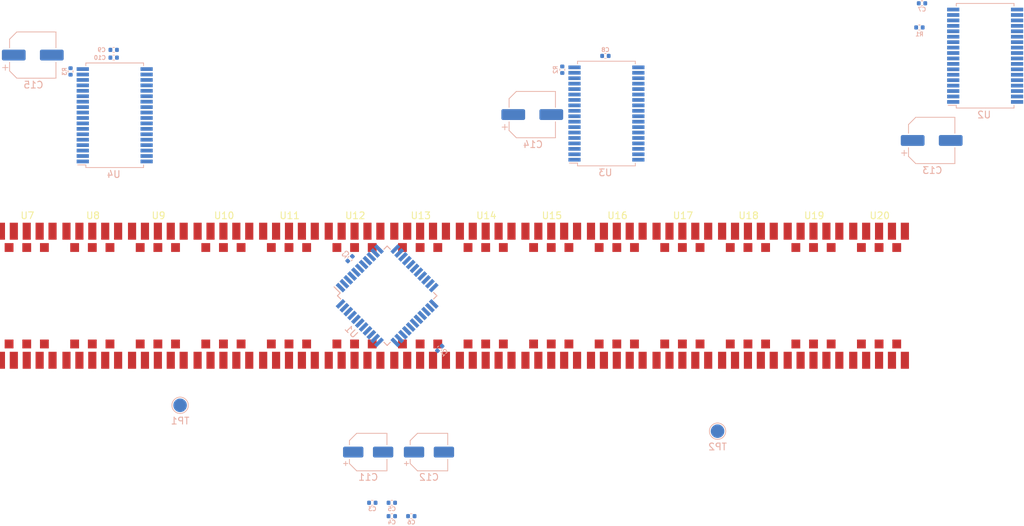
<source format=kicad_pcb>
(kicad_pcb (version 20171130) (host pcbnew "(5.1.10)-1")

  (general
    (thickness 1.6)
    (drawings 0)
    (tracks 0)
    (zones 0)
    (modules 40)
    (nets 118)
  )

  (page A4)
  (layers
    (0 F.Cu signal hide)
    (31 B.Cu signal)
    (32 B.Adhes user)
    (33 F.Adhes user)
    (34 B.Paste user)
    (35 F.Paste user hide)
    (36 B.SilkS user)
    (37 F.SilkS user)
    (38 B.Mask user hide)
    (39 F.Mask user hide)
    (40 Dwgs.User user)
    (41 Cmts.User user)
    (42 Eco1.User user)
    (43 Eco2.User user)
    (44 Edge.Cuts user)
    (45 Margin user)
    (46 B.CrtYd user)
    (47 F.CrtYd user)
    (48 B.Fab user hide)
    (49 F.Fab user hide)
  )

  (setup
    (last_trace_width 0.1524)
    (trace_clearance 0.1524)
    (zone_clearance 0.508)
    (zone_45_only no)
    (trace_min 0.1524)
    (via_size 0.8128)
    (via_drill 0.4064)
    (via_min_size 0.508)
    (via_min_drill 0.254)
    (uvia_size 0.3048)
    (uvia_drill 0.1016)
    (uvias_allowed no)
    (uvia_min_size 0.2032)
    (uvia_min_drill 0.1016)
    (edge_width 0.05)
    (segment_width 0.2)
    (pcb_text_width 0.3)
    (pcb_text_size 1.5 1.5)
    (mod_edge_width 0.12)
    (mod_text_size 1 1)
    (mod_text_width 0.15)
    (pad_size 1.524 1.524)
    (pad_drill 0.762)
    (pad_to_mask_clearance 0.0508)
    (aux_axis_origin 0 0)
    (visible_elements 7FFFF7FF)
    (pcbplotparams
      (layerselection 0x010fc_ffffffff)
      (usegerberextensions false)
      (usegerberattributes true)
      (usegerberadvancedattributes true)
      (creategerberjobfile true)
      (excludeedgelayer true)
      (linewidth 0.100000)
      (plotframeref false)
      (viasonmask false)
      (mode 1)
      (useauxorigin false)
      (hpglpennumber 1)
      (hpglpenspeed 20)
      (hpglpendiameter 15.000000)
      (psnegative false)
      (psa4output false)
      (plotreference true)
      (plotvalue true)
      (plotinvisibletext false)
      (padsonsilk false)
      (subtractmaskfromsilk false)
      (outputformat 1)
      (mirror false)
      (drillshape 1)
      (scaleselection 1)
      (outputdirectory ""))
  )

  (net 0 "")
  (net 1 "Net-(U2-Pad33)")
  (net 2 "Net-(U3-Pad33)")
  (net 3 GND)
  (net 4 VCC)
  (net 5 "Net-(U1-Pad1)")
  (net 6 "Net-(U1-Pad2)")
  (net 7 "Net-(U1-Pad3)")
  (net 8 "Net-(U1-Pad4)")
  (net 9 "Net-(U1-Pad5)")
  (net 10 "Net-(U1-Pad6)")
  (net 11 "Net-(U1-Pad7)")
  (net 12 "Net-(U1-Pad8)")
  (net 13 "Net-(U1-Pad9)")
  (net 14 "Net-(U1-Pad10)")
  (net 15 "Net-(U1-Pad11)")
  (net 16 "Net-(U1-Pad12)")
  (net 17 "Net-(U1-Pad13)")
  (net 18 "Net-(U1-Pad14)")
  (net 19 "Net-(U1-Pad15)")
  (net 20 "Net-(U1-Pad16)")
  (net 21 "Net-(U1-Pad17)")
  (net 22 "Net-(U1-Pad18)")
  (net 23 "Net-(U1-Pad19)")
  (net 24 "Net-(U1-Pad20)")
  (net 25 "Net-(U1-Pad21)")
  (net 26 "Net-(U1-Pad22)")
  (net 27 "Net-(U1-Pad23)")
  (net 28 "Net-(U1-Pad24)")
  (net 29 "Net-(U1-Pad25)")
  (net 30 "Net-(U1-Pad26)")
  (net 31 "Net-(U1-Pad27)")
  (net 32 "Net-(U1-Pad28)")
  (net 33 "Net-(U1-Pad29)")
  (net 34 "Net-(U1-Pad30)")
  (net 35 "Net-(U1-Pad31)")
  (net 36 "Net-(U1-Pad32)")
  (net 37 "Net-(U1-Pad33)")
  (net 38 "Net-(U1-Pad34)")
  (net 39 "Net-(U1-Pad35)")
  (net 40 "Net-(U1-Pad36)")
  (net 41 "Net-(U1-Pad37)")
  (net 42 "Net-(U1-Pad38)")
  (net 43 "Net-(U1-Pad39)")
  (net 44 "Net-(U1-Pad40)")
  (net 45 "Net-(U1-Pad41)")
  (net 46 "Net-(U1-Pad42)")
  (net 47 "Net-(U1-Pad43)")
  (net 48 "Net-(U1-Pad44)")
  (net 49 /display/DIGIT16)
  (net 50 /display/DIGIT19)
  (net 51 /display/DC2)
  (net 52 /display/DIGIT17)
  (net 53 /display/UI_CS)
  (net 54 /display/UI_DOUT)
  (net 55 /display/UI_SCK)
  (net 56 /display/GRP2_SEGG1)
  (net 57 /display/GRP2_SEGF)
  (net 58 /display/GRP2_SEGG2)
  (net 59 /display/GRP2_SEGI)
  (net 60 /display/GRP2_SEGJ)
  (net 61 /display/GRP2_SEGL)
  (net 62 /display/GRP2_SEGM)
  (net 63 /display/GRP2_SEGH)
  (net 64 /display/GRP2_SEGDP)
  (net 65 /display/DIGIT23)
  (net 66 /display/GRP2_SEGE)
  (net 67 /display/GRP2_SEGK)
  (net 68 /display/DIGIT10)
  (net 69 /display/DIGIT11)
  (net 70 /display/DC1)
  (net 71 /display/DIGIT9)
  (net 72 /display/GRP1_SEGG1)
  (net 73 /display/GRP1_SEGF)
  (net 74 /display/GRP1_SEGG2)
  (net 75 /display/GRP1_SEGI)
  (net 76 /display/GRP1_SEGJ)
  (net 77 /display/GRP1_SEGL)
  (net 78 /display/GRP1_SEGM)
  (net 79 /display/GRP1_SEGH)
  (net 80 /display/GRP1_SEGDP)
  (net 81 /display/DIGIT15)
  (net 82 /display/GRP1_SEGE)
  (net 83 /display/GRP1_SEGK)
  (net 84 /display/DIGIT0)
  (net 85 /display/DIGIT3)
  (net 86 /display/UI_DIN)
  (net 87 /display/DIGIT1)
  (net 88 /display/GRP0_SEGG1)
  (net 89 /display/GRP0_SEGF)
  (net 90 /display/GRP0_SEGG2)
  (net 91 /display/GRP0_SEGI)
  (net 92 /display/GRP0_SEGJ)
  (net 93 /display/GRP0_SEGL)
  (net 94 /display/GRP0_SEGM)
  (net 95 /display/GRP0_SEGH)
  (net 96 /display/GRP0_SEGDP)
  (net 97 /display/DIGIT7)
  (net 98 /display/GRP0_SEGE)
  (net 99 /display/GRP0_SEGK)
  (net 100 /display/OSC_TIE)
  (net 101 /display/BLINK)
  (net 102 /display/GRP2_P0)
  (net 103 /display/GRP2_P1)
  (net 104 /display/GRP2_P3)
  (net 105 /display/GRP2_P2)
  (net 106 /display/GRP1_P0)
  (net 107 /display/GRP1_P1)
  (net 108 /display/GRP1_P3)
  (net 109 /display/GRP1_P2)
  (net 110 /display/GRP0_P0)
  (net 111 /display/GRP0_P1)
  (net 112 /display/GRP0_P3)
  (net 113 /display/GRP0_P2)
  (net 114 /display/OSC)
  (net 115 /display/GRP2_ISET)
  (net 116 /display/GRP1_ISET)
  (net 117 /display/GRP0_ISET)

  (net_class Default "This is the default net class."
    (clearance 0.1524)
    (trace_width 0.1524)
    (via_dia 0.8128)
    (via_drill 0.4064)
    (uvia_dia 0.3048)
    (uvia_drill 0.1016)
    (diff_pair_width 0.2032)
    (diff_pair_gap 0.254)
    (add_net /display/BLINK)
    (add_net /display/DC1)
    (add_net /display/DC2)
    (add_net /display/DIGIT0)
    (add_net /display/DIGIT1)
    (add_net /display/DIGIT10)
    (add_net /display/DIGIT11)
    (add_net /display/DIGIT15)
    (add_net /display/DIGIT16)
    (add_net /display/DIGIT17)
    (add_net /display/DIGIT19)
    (add_net /display/DIGIT23)
    (add_net /display/DIGIT3)
    (add_net /display/DIGIT7)
    (add_net /display/DIGIT9)
    (add_net /display/GRP0_ISET)
    (add_net /display/GRP0_P0)
    (add_net /display/GRP0_P1)
    (add_net /display/GRP0_P2)
    (add_net /display/GRP0_P3)
    (add_net /display/GRP0_SEGDP)
    (add_net /display/GRP0_SEGE)
    (add_net /display/GRP0_SEGF)
    (add_net /display/GRP0_SEGG1)
    (add_net /display/GRP0_SEGG2)
    (add_net /display/GRP0_SEGH)
    (add_net /display/GRP0_SEGI)
    (add_net /display/GRP0_SEGJ)
    (add_net /display/GRP0_SEGK)
    (add_net /display/GRP0_SEGL)
    (add_net /display/GRP0_SEGM)
    (add_net /display/GRP1_ISET)
    (add_net /display/GRP1_P0)
    (add_net /display/GRP1_P1)
    (add_net /display/GRP1_P2)
    (add_net /display/GRP1_P3)
    (add_net /display/GRP1_SEGDP)
    (add_net /display/GRP1_SEGE)
    (add_net /display/GRP1_SEGF)
    (add_net /display/GRP1_SEGG1)
    (add_net /display/GRP1_SEGG2)
    (add_net /display/GRP1_SEGH)
    (add_net /display/GRP1_SEGI)
    (add_net /display/GRP1_SEGJ)
    (add_net /display/GRP1_SEGK)
    (add_net /display/GRP1_SEGL)
    (add_net /display/GRP1_SEGM)
    (add_net /display/GRP2_ISET)
    (add_net /display/GRP2_P0)
    (add_net /display/GRP2_P1)
    (add_net /display/GRP2_P2)
    (add_net /display/GRP2_P3)
    (add_net /display/GRP2_SEGDP)
    (add_net /display/GRP2_SEGE)
    (add_net /display/GRP2_SEGF)
    (add_net /display/GRP2_SEGG1)
    (add_net /display/GRP2_SEGG2)
    (add_net /display/GRP2_SEGH)
    (add_net /display/GRP2_SEGI)
    (add_net /display/GRP2_SEGJ)
    (add_net /display/GRP2_SEGK)
    (add_net /display/GRP2_SEGL)
    (add_net /display/GRP2_SEGM)
    (add_net /display/OSC)
    (add_net /display/OSC_TIE)
    (add_net /display/UI_CS)
    (add_net /display/UI_DIN)
    (add_net /display/UI_DOUT)
    (add_net /display/UI_SCK)
    (add_net GND)
    (add_net "Net-(U1-Pad1)")
    (add_net "Net-(U1-Pad10)")
    (add_net "Net-(U1-Pad11)")
    (add_net "Net-(U1-Pad12)")
    (add_net "Net-(U1-Pad13)")
    (add_net "Net-(U1-Pad14)")
    (add_net "Net-(U1-Pad15)")
    (add_net "Net-(U1-Pad16)")
    (add_net "Net-(U1-Pad17)")
    (add_net "Net-(U1-Pad18)")
    (add_net "Net-(U1-Pad19)")
    (add_net "Net-(U1-Pad2)")
    (add_net "Net-(U1-Pad20)")
    (add_net "Net-(U1-Pad21)")
    (add_net "Net-(U1-Pad22)")
    (add_net "Net-(U1-Pad23)")
    (add_net "Net-(U1-Pad24)")
    (add_net "Net-(U1-Pad25)")
    (add_net "Net-(U1-Pad26)")
    (add_net "Net-(U1-Pad27)")
    (add_net "Net-(U1-Pad28)")
    (add_net "Net-(U1-Pad29)")
    (add_net "Net-(U1-Pad3)")
    (add_net "Net-(U1-Pad30)")
    (add_net "Net-(U1-Pad31)")
    (add_net "Net-(U1-Pad32)")
    (add_net "Net-(U1-Pad33)")
    (add_net "Net-(U1-Pad34)")
    (add_net "Net-(U1-Pad35)")
    (add_net "Net-(U1-Pad36)")
    (add_net "Net-(U1-Pad37)")
    (add_net "Net-(U1-Pad38)")
    (add_net "Net-(U1-Pad39)")
    (add_net "Net-(U1-Pad4)")
    (add_net "Net-(U1-Pad40)")
    (add_net "Net-(U1-Pad41)")
    (add_net "Net-(U1-Pad42)")
    (add_net "Net-(U1-Pad43)")
    (add_net "Net-(U1-Pad44)")
    (add_net "Net-(U1-Pad5)")
    (add_net "Net-(U1-Pad6)")
    (add_net "Net-(U1-Pad7)")
    (add_net "Net-(U1-Pad8)")
    (add_net "Net-(U1-Pad9)")
    (add_net "Net-(U2-Pad33)")
    (add_net "Net-(U3-Pad33)")
    (add_net VCC)
  )

  (module CpE_Capacitors:CpE-3010_47uF_35V_6.3mm_SMD (layer B.Cu) (tedit 619D61D3) (tstamp 619E3276)
    (at 68.199 25.527)
    (path /619E20D9/62FE5452)
    (attr smd)
    (fp_text reference C15 (at 0 4.4) (layer B.SilkS)
      (effects (font (size 1 1) (thickness 0.15)) (justify mirror))
    )
    (fp_text value CpE-3010_47uF_35V_6.3mm (at 18 1.7) (layer B.Fab)
      (effects (font (size 1 1) (thickness 0.15)) (justify mirror))
    )
    (fp_text user %R (at 0 -1.9) (layer B.Fab)
      (effects (font (size 1 1) (thickness 0.15)) (justify mirror))
    )
    (fp_line (start -3.4 2.3) (end -2.4 3.3) (layer B.Fab) (width 0.1))
    (fp_line (start -2.4 -3.3) (end 3.2 -3.3) (layer B.Fab) (width 0.1))
    (fp_line (start -2.804838 1.33) (end -2.174838 1.33) (layer B.Fab) (width 0.1))
    (fp_line (start -3.4 2.3) (end -3.4 -2.3) (layer B.Fab) (width 0.1))
    (fp_line (start -2.489838 1.645) (end -2.489838 1.015) (layer B.Fab) (width 0.1))
    (fp_line (start 3.2 3.3) (end 3.2 -3.3) (layer B.Fab) (width 0.1))
    (fp_line (start -3.4 -2.3) (end -2.4 -3.3) (layer B.Fab) (width 0.1))
    (fp_circle (center -0.1 0) (end 3.05 0) (layer B.Fab) (width 0.1))
    (fp_line (start -2.4 3.3) (end 3.2 3.3) (layer B.Fab) (width 0.1))
    (fp_line (start 3.31 -3.41) (end 3.31 -1.06) (layer B.SilkS) (width 0.12))
    (fp_line (start -3.51 -2.345563) (end -2.445563 -3.41) (layer B.SilkS) (width 0.12))
    (fp_line (start -4.14375 2.24125) (end -4.14375 1.45375) (layer B.SilkS) (width 0.12))
    (fp_line (start -3.51 2.345563) (end -2.445563 3.41) (layer B.SilkS) (width 0.12))
    (fp_line (start 3.45 -1.05) (end 3.45 -3.55) (layer B.CrtYd) (width 0.05))
    (fp_line (start -3.65 -2.4) (end -2.5 -3.55) (layer B.CrtYd) (width 0.05))
    (fp_line (start -4.9 1.05) (end -4.9 -1.05) (layer B.CrtYd) (width 0.05))
    (fp_line (start -3.65 1.05) (end -4.9 1.05) (layer B.CrtYd) (width 0.05))
    (fp_line (start -3.65 2.4) (end -3.65 1.05) (layer B.CrtYd) (width 0.05))
    (fp_line (start -4.5375 1.8475) (end -3.75 1.8475) (layer B.SilkS) (width 0.12))
    (fp_line (start -2.5 3.55) (end 3.45 3.55) (layer B.CrtYd) (width 0.05))
    (fp_line (start -4.9 -1.05) (end -3.65 -1.05) (layer B.CrtYd) (width 0.05))
    (fp_line (start -3.65 -1.05) (end -3.65 -2.4) (layer B.CrtYd) (width 0.05))
    (fp_line (start -3.65 2.4) (end -2.5 3.55) (layer B.CrtYd) (width 0.05))
    (fp_line (start 3.45 3.55) (end 3.45 1.05) (layer B.CrtYd) (width 0.05))
    (fp_line (start -2.5 -3.55) (end 3.45 -3.55) (layer B.CrtYd) (width 0.05))
    (fp_line (start 3.31 3.41) (end 3.31 1.06) (layer B.SilkS) (width 0.12))
    (fp_line (start -3.51 2.345563) (end -3.51 1.06) (layer B.SilkS) (width 0.12))
    (fp_line (start -2.445563 3.41) (end 3.31 3.41) (layer B.SilkS) (width 0.12))
    (fp_line (start -2.445563 -3.41) (end 3.31 -3.41) (layer B.SilkS) (width 0.12))
    (fp_line (start -3.51 -2.345563) (end -3.51 -1.06) (layer B.SilkS) (width 0.12))
    (pad 2 smd roundrect (at 2.7 0) (size 3.5 1.6) (layers B.Cu B.Paste B.Mask) (roundrect_rratio 0.15625)
      (net 3 GND))
    (pad 1 smd roundrect (at -2.9 0) (size 3.5 1.6) (layers B.Cu B.Paste B.Mask) (roundrect_rratio 0.15625)
      (net 4 VCC))
  )

  (module CpE_Capacitors:CpE-3010_47uF_35V_6.3mm_SMD (layer B.Cu) (tedit 619D61D3) (tstamp 619E3251)
    (at 141.732 34.29)
    (path /619E20D9/62FE6551)
    (attr smd)
    (fp_text reference C14 (at 0 4.4) (layer B.SilkS)
      (effects (font (size 1 1) (thickness 0.15)) (justify mirror))
    )
    (fp_text value CpE-3010_47uF_35V_6.3mm (at 18 1.7) (layer B.Fab)
      (effects (font (size 1 1) (thickness 0.15)) (justify mirror))
    )
    (fp_text user %R (at 0 -1.9) (layer B.Fab)
      (effects (font (size 1 1) (thickness 0.15)) (justify mirror))
    )
    (fp_line (start -3.4 2.3) (end -2.4 3.3) (layer B.Fab) (width 0.1))
    (fp_line (start -2.4 -3.3) (end 3.2 -3.3) (layer B.Fab) (width 0.1))
    (fp_line (start -2.804838 1.33) (end -2.174838 1.33) (layer B.Fab) (width 0.1))
    (fp_line (start -3.4 2.3) (end -3.4 -2.3) (layer B.Fab) (width 0.1))
    (fp_line (start -2.489838 1.645) (end -2.489838 1.015) (layer B.Fab) (width 0.1))
    (fp_line (start 3.2 3.3) (end 3.2 -3.3) (layer B.Fab) (width 0.1))
    (fp_line (start -3.4 -2.3) (end -2.4 -3.3) (layer B.Fab) (width 0.1))
    (fp_circle (center -0.1 0) (end 3.05 0) (layer B.Fab) (width 0.1))
    (fp_line (start -2.4 3.3) (end 3.2 3.3) (layer B.Fab) (width 0.1))
    (fp_line (start 3.31 -3.41) (end 3.31 -1.06) (layer B.SilkS) (width 0.12))
    (fp_line (start -3.51 -2.345563) (end -2.445563 -3.41) (layer B.SilkS) (width 0.12))
    (fp_line (start -4.14375 2.24125) (end -4.14375 1.45375) (layer B.SilkS) (width 0.12))
    (fp_line (start -3.51 2.345563) (end -2.445563 3.41) (layer B.SilkS) (width 0.12))
    (fp_line (start 3.45 -1.05) (end 3.45 -3.55) (layer B.CrtYd) (width 0.05))
    (fp_line (start -3.65 -2.4) (end -2.5 -3.55) (layer B.CrtYd) (width 0.05))
    (fp_line (start -4.9 1.05) (end -4.9 -1.05) (layer B.CrtYd) (width 0.05))
    (fp_line (start -3.65 1.05) (end -4.9 1.05) (layer B.CrtYd) (width 0.05))
    (fp_line (start -3.65 2.4) (end -3.65 1.05) (layer B.CrtYd) (width 0.05))
    (fp_line (start -4.5375 1.8475) (end -3.75 1.8475) (layer B.SilkS) (width 0.12))
    (fp_line (start -2.5 3.55) (end 3.45 3.55) (layer B.CrtYd) (width 0.05))
    (fp_line (start -4.9 -1.05) (end -3.65 -1.05) (layer B.CrtYd) (width 0.05))
    (fp_line (start -3.65 -1.05) (end -3.65 -2.4) (layer B.CrtYd) (width 0.05))
    (fp_line (start -3.65 2.4) (end -2.5 3.55) (layer B.CrtYd) (width 0.05))
    (fp_line (start 3.45 3.55) (end 3.45 1.05) (layer B.CrtYd) (width 0.05))
    (fp_line (start -2.5 -3.55) (end 3.45 -3.55) (layer B.CrtYd) (width 0.05))
    (fp_line (start 3.31 3.41) (end 3.31 1.06) (layer B.SilkS) (width 0.12))
    (fp_line (start -3.51 2.345563) (end -3.51 1.06) (layer B.SilkS) (width 0.12))
    (fp_line (start -2.445563 3.41) (end 3.31 3.41) (layer B.SilkS) (width 0.12))
    (fp_line (start -2.445563 -3.41) (end 3.31 -3.41) (layer B.SilkS) (width 0.12))
    (fp_line (start -3.51 -2.345563) (end -3.51 -1.06) (layer B.SilkS) (width 0.12))
    (pad 2 smd roundrect (at 2.7 0) (size 3.5 1.6) (layers B.Cu B.Paste B.Mask) (roundrect_rratio 0.15625)
      (net 3 GND))
    (pad 1 smd roundrect (at -2.9 0) (size 3.5 1.6) (layers B.Cu B.Paste B.Mask) (roundrect_rratio 0.15625)
      (net 4 VCC))
  )

  (module CpE_Capacitors:CpE-3010_47uF_35V_6.3mm_SMD (layer B.Cu) (tedit 619D61D3) (tstamp 619E322C)
    (at 200.533 38.1)
    (path /619E20D9/62FE7096)
    (attr smd)
    (fp_text reference C13 (at 0 4.4) (layer B.SilkS)
      (effects (font (size 1 1) (thickness 0.15)) (justify mirror))
    )
    (fp_text value CpE-3010_47uF_35V_6.3mm (at 18 1.7) (layer B.Fab)
      (effects (font (size 1 1) (thickness 0.15)) (justify mirror))
    )
    (fp_text user %R (at 0 -1.9) (layer B.Fab)
      (effects (font (size 1 1) (thickness 0.15)) (justify mirror))
    )
    (fp_line (start -3.4 2.3) (end -2.4 3.3) (layer B.Fab) (width 0.1))
    (fp_line (start -2.4 -3.3) (end 3.2 -3.3) (layer B.Fab) (width 0.1))
    (fp_line (start -2.804838 1.33) (end -2.174838 1.33) (layer B.Fab) (width 0.1))
    (fp_line (start -3.4 2.3) (end -3.4 -2.3) (layer B.Fab) (width 0.1))
    (fp_line (start -2.489838 1.645) (end -2.489838 1.015) (layer B.Fab) (width 0.1))
    (fp_line (start 3.2 3.3) (end 3.2 -3.3) (layer B.Fab) (width 0.1))
    (fp_line (start -3.4 -2.3) (end -2.4 -3.3) (layer B.Fab) (width 0.1))
    (fp_circle (center -0.1 0) (end 3.05 0) (layer B.Fab) (width 0.1))
    (fp_line (start -2.4 3.3) (end 3.2 3.3) (layer B.Fab) (width 0.1))
    (fp_line (start 3.31 -3.41) (end 3.31 -1.06) (layer B.SilkS) (width 0.12))
    (fp_line (start -3.51 -2.345563) (end -2.445563 -3.41) (layer B.SilkS) (width 0.12))
    (fp_line (start -4.14375 2.24125) (end -4.14375 1.45375) (layer B.SilkS) (width 0.12))
    (fp_line (start -3.51 2.345563) (end -2.445563 3.41) (layer B.SilkS) (width 0.12))
    (fp_line (start 3.45 -1.05) (end 3.45 -3.55) (layer B.CrtYd) (width 0.05))
    (fp_line (start -3.65 -2.4) (end -2.5 -3.55) (layer B.CrtYd) (width 0.05))
    (fp_line (start -4.9 1.05) (end -4.9 -1.05) (layer B.CrtYd) (width 0.05))
    (fp_line (start -3.65 1.05) (end -4.9 1.05) (layer B.CrtYd) (width 0.05))
    (fp_line (start -3.65 2.4) (end -3.65 1.05) (layer B.CrtYd) (width 0.05))
    (fp_line (start -4.5375 1.8475) (end -3.75 1.8475) (layer B.SilkS) (width 0.12))
    (fp_line (start -2.5 3.55) (end 3.45 3.55) (layer B.CrtYd) (width 0.05))
    (fp_line (start -4.9 -1.05) (end -3.65 -1.05) (layer B.CrtYd) (width 0.05))
    (fp_line (start -3.65 -1.05) (end -3.65 -2.4) (layer B.CrtYd) (width 0.05))
    (fp_line (start -3.65 2.4) (end -2.5 3.55) (layer B.CrtYd) (width 0.05))
    (fp_line (start 3.45 3.55) (end 3.45 1.05) (layer B.CrtYd) (width 0.05))
    (fp_line (start -2.5 -3.55) (end 3.45 -3.55) (layer B.CrtYd) (width 0.05))
    (fp_line (start 3.31 3.41) (end 3.31 1.06) (layer B.SilkS) (width 0.12))
    (fp_line (start -3.51 2.345563) (end -3.51 1.06) (layer B.SilkS) (width 0.12))
    (fp_line (start -2.445563 3.41) (end 3.31 3.41) (layer B.SilkS) (width 0.12))
    (fp_line (start -2.445563 -3.41) (end 3.31 -3.41) (layer B.SilkS) (width 0.12))
    (fp_line (start -3.51 -2.345563) (end -3.51 -1.06) (layer B.SilkS) (width 0.12))
    (pad 2 smd roundrect (at 2.7 0) (size 3.5 1.6) (layers B.Cu B.Paste B.Mask) (roundrect_rratio 0.15625)
      (net 3 GND))
    (pad 1 smd roundrect (at -2.9 0) (size 3.5 1.6) (layers B.Cu B.Paste B.Mask) (roundrect_rratio 0.15625)
      (net 4 VCC))
  )

  (module CpE_Capacitors:CpE_3009_10uF_50V_5.0mm_SMD (layer B.Cu) (tedit 619D6324) (tstamp 619E3207)
    (at 126.425 84.074)
    (path /62FDD05E)
    (attr smd)
    (fp_text reference C12 (at 0 3.6) (layer B.SilkS)
      (effects (font (size 1 1) (thickness 0.15)) (justify mirror))
    )
    (fp_text value CpE-3009_10uF_50V_5.0mm (at 16.7 1.3) (layer B.Fab)
      (effects (font (size 1 1) (thickness 0.15)) (justify mirror))
    )
    (fp_text user %R (at 0 -0.1) (layer B.Fab)
      (effects (font (size 1 1) (thickness 0.15)) (justify mirror))
    )
    (fp_line (start -1.65 2.55) (end 2.65 2.55) (layer B.Fab) (width 0.1))
    (fp_line (start -2.65 -1.75) (end -1.65 -2.75) (layer B.Fab) (width 0.1))
    (fp_line (start -2.65 1.55) (end -1.65 2.55) (layer B.Fab) (width 0.1))
    (fp_line (start 2.65 2.55) (end 2.65 -2.75) (layer B.Fab) (width 0.1))
    (fp_circle (center 0 -0.1) (end 2.5 -0.1) (layer B.Fab) (width 0.1))
    (fp_line (start -2.65 1.55) (end -2.65 -1.75) (layer B.Fab) (width 0.1))
    (fp_line (start -1.65 -2.75) (end 2.65 -2.75) (layer B.Fab) (width 0.1))
    (fp_line (start 2.9 2.8) (end 2.9 0.95) (layer B.CrtYd) (width 0.05))
    (fp_line (start -2.76 1.595563) (end -2.76 0.96) (layer B.SilkS) (width 0.12))
    (fp_line (start -1.695563 2.66) (end 2.76 2.66) (layer B.SilkS) (width 0.12))
    (fp_line (start 2.76 -2.86) (end 2.76 -1.16) (layer B.SilkS) (width 0.12))
    (fp_line (start -2.9 1.65) (end -1.75 2.8) (layer B.CrtYd) (width 0.05))
    (fp_line (start -2.033956 1.1) (end -1.533956 1.1) (layer B.Fab) (width 0.1))
    (fp_line (start -3.95 -1.15) (end -2.9 -1.15) (layer B.CrtYd) (width 0.05))
    (fp_line (start -3.625 1.585) (end -3 1.585) (layer B.SilkS) (width 0.12))
    (fp_line (start -3.3125 1.8975) (end -3.3125 1.2725) (layer B.SilkS) (width 0.12))
    (fp_line (start -2.76 1.595563) (end -1.695563 2.66) (layer B.SilkS) (width 0.12))
    (fp_line (start -2.76 -1.795563) (end -2.76 -1.16) (layer B.SilkS) (width 0.12))
    (fp_line (start 2.9 -1.15) (end 2.9 -3) (layer B.CrtYd) (width 0.05))
    (fp_line (start 3.95 -1.15) (end 2.9 -1.15) (layer B.CrtYd) (width 0.05))
    (fp_line (start -2.9 1.65) (end -2.9 0.95) (layer B.CrtYd) (width 0.05))
    (fp_line (start -1.75 -3) (end 2.9 -3) (layer B.CrtYd) (width 0.05))
    (fp_line (start -2.76 -1.795563) (end -1.695563 -2.86) (layer B.SilkS) (width 0.12))
    (fp_line (start -2.9 0.95) (end -3.95 0.95) (layer B.CrtYd) (width 0.05))
    (fp_line (start -2.9 -1.15) (end -2.9 -1.85) (layer B.CrtYd) (width 0.05))
    (fp_line (start 3.95 0.95) (end 3.95 -1.15) (layer B.CrtYd) (width 0.05))
    (fp_line (start -2.9 -1.85) (end -1.75 -3) (layer B.CrtYd) (width 0.05))
    (fp_line (start -1.75 2.8) (end 2.9 2.8) (layer B.CrtYd) (width 0.05))
    (fp_line (start 2.9 0.95) (end 3.95 0.95) (layer B.CrtYd) (width 0.05))
    (fp_line (start -1.695563 -2.86) (end 2.76 -2.86) (layer B.SilkS) (width 0.12))
    (fp_line (start 2.76 2.66) (end 2.76 0.96) (layer B.SilkS) (width 0.12))
    (fp_line (start -1.783956 1.35) (end -1.783956 0.85) (layer B.Fab) (width 0.1))
    (fp_line (start -3.95 0.95) (end -3.95 -1.15) (layer B.CrtYd) (width 0.05))
    (pad 1 smd roundrect (at -2.2 -0.1) (size 3 1.6) (layers B.Cu B.Paste B.Mask) (roundrect_rratio 0.15625)
      (net 4 VCC))
    (pad 2 smd roundrect (at 2.2 -0.1) (size 3 1.6) (layers B.Cu B.Paste B.Mask) (roundrect_rratio 0.15625)
      (net 3 GND))
  )

  (module CpE_Capacitors:CpE_3009_10uF_50V_5.0mm_SMD (layer B.Cu) (tedit 619D6324) (tstamp 619E31DF)
    (at 117.475 84.074)
    (path /62FDBE86)
    (attr smd)
    (fp_text reference C11 (at 0 3.6) (layer B.SilkS)
      (effects (font (size 1 1) (thickness 0.15)) (justify mirror))
    )
    (fp_text value CpE-3009_10uF_50V_5.0mm (at 16.7 1.3) (layer B.Fab)
      (effects (font (size 1 1) (thickness 0.15)) (justify mirror))
    )
    (fp_text user %R (at 0 -0.1) (layer B.Fab)
      (effects (font (size 1 1) (thickness 0.15)) (justify mirror))
    )
    (fp_line (start -1.65 2.55) (end 2.65 2.55) (layer B.Fab) (width 0.1))
    (fp_line (start -2.65 -1.75) (end -1.65 -2.75) (layer B.Fab) (width 0.1))
    (fp_line (start -2.65 1.55) (end -1.65 2.55) (layer B.Fab) (width 0.1))
    (fp_line (start 2.65 2.55) (end 2.65 -2.75) (layer B.Fab) (width 0.1))
    (fp_circle (center 0 -0.1) (end 2.5 -0.1) (layer B.Fab) (width 0.1))
    (fp_line (start -2.65 1.55) (end -2.65 -1.75) (layer B.Fab) (width 0.1))
    (fp_line (start -1.65 -2.75) (end 2.65 -2.75) (layer B.Fab) (width 0.1))
    (fp_line (start 2.9 2.8) (end 2.9 0.95) (layer B.CrtYd) (width 0.05))
    (fp_line (start -2.76 1.595563) (end -2.76 0.96) (layer B.SilkS) (width 0.12))
    (fp_line (start -1.695563 2.66) (end 2.76 2.66) (layer B.SilkS) (width 0.12))
    (fp_line (start 2.76 -2.86) (end 2.76 -1.16) (layer B.SilkS) (width 0.12))
    (fp_line (start -2.9 1.65) (end -1.75 2.8) (layer B.CrtYd) (width 0.05))
    (fp_line (start -2.033956 1.1) (end -1.533956 1.1) (layer B.Fab) (width 0.1))
    (fp_line (start -3.95 -1.15) (end -2.9 -1.15) (layer B.CrtYd) (width 0.05))
    (fp_line (start -3.625 1.585) (end -3 1.585) (layer B.SilkS) (width 0.12))
    (fp_line (start -3.3125 1.8975) (end -3.3125 1.2725) (layer B.SilkS) (width 0.12))
    (fp_line (start -2.76 1.595563) (end -1.695563 2.66) (layer B.SilkS) (width 0.12))
    (fp_line (start -2.76 -1.795563) (end -2.76 -1.16) (layer B.SilkS) (width 0.12))
    (fp_line (start 2.9 -1.15) (end 2.9 -3) (layer B.CrtYd) (width 0.05))
    (fp_line (start 3.95 -1.15) (end 2.9 -1.15) (layer B.CrtYd) (width 0.05))
    (fp_line (start -2.9 1.65) (end -2.9 0.95) (layer B.CrtYd) (width 0.05))
    (fp_line (start -1.75 -3) (end 2.9 -3) (layer B.CrtYd) (width 0.05))
    (fp_line (start -2.76 -1.795563) (end -1.695563 -2.86) (layer B.SilkS) (width 0.12))
    (fp_line (start -2.9 0.95) (end -3.95 0.95) (layer B.CrtYd) (width 0.05))
    (fp_line (start -2.9 -1.15) (end -2.9 -1.85) (layer B.CrtYd) (width 0.05))
    (fp_line (start 3.95 0.95) (end 3.95 -1.15) (layer B.CrtYd) (width 0.05))
    (fp_line (start -2.9 -1.85) (end -1.75 -3) (layer B.CrtYd) (width 0.05))
    (fp_line (start -1.75 2.8) (end 2.9 2.8) (layer B.CrtYd) (width 0.05))
    (fp_line (start 2.9 0.95) (end 3.95 0.95) (layer B.CrtYd) (width 0.05))
    (fp_line (start -1.695563 -2.86) (end 2.76 -2.86) (layer B.SilkS) (width 0.12))
    (fp_line (start 2.76 2.66) (end 2.76 0.96) (layer B.SilkS) (width 0.12))
    (fp_line (start -1.783956 1.35) (end -1.783956 0.85) (layer B.Fab) (width 0.1))
    (fp_line (start -3.95 0.95) (end -3.95 -1.15) (layer B.CrtYd) (width 0.05))
    (pad 1 smd roundrect (at -2.2 -0.1) (size 3 1.6) (layers B.Cu B.Paste B.Mask) (roundrect_rratio 0.15625)
      (net 4 VCC))
    (pad 2 smd roundrect (at 2.2 -0.1) (size 3 1.6) (layers B.Cu B.Paste B.Mask) (roundrect_rratio 0.15625)
      (net 3 GND))
  )

  (module CpE_Test_Points:CpE_TP_D2.0mm (layer B.Cu) (tedit 619D581D) (tstamp 619DFF8A)
    (at 168.91 80.899)
    (path /619E20D9/62DEC9D1)
    (fp_text reference TP2 (at 0 2.3) (layer B.SilkS)
      (effects (font (size 1 1) (thickness 0.15)) (justify mirror))
    )
    (fp_text value BLINK (at 0 -2.6) (layer B.Fab) hide
      (effects (font (size 1 1) (thickness 0.15)) (justify mirror))
    )
    (fp_circle (center 0 0) (end 0 -1.2) (layer B.SilkS) (width 0.12))
    (fp_circle (center 0 0) (end 1.5 0) (layer B.CrtYd) (width 0.05))
    (pad 1 smd circle (at 0 0) (size 2 2) (layers B.Cu B.Mask)
      (net 101 /display/BLINK))
  )

  (module CpE_Test_Points:CpE_TP_D2.0mm (layer B.Cu) (tedit 619D581D) (tstamp 619DFF83)
    (at 89.789 77.089)
    (path /619E20D9/62E1E623)
    (fp_text reference TP1 (at 0 2.3) (layer B.SilkS)
      (effects (font (size 1 1) (thickness 0.15)) (justify mirror))
    )
    (fp_text value OSC_OUT (at 0 -2.6) (layer B.Fab) hide
      (effects (font (size 1 1) (thickness 0.15)) (justify mirror))
    )
    (fp_circle (center 0 0) (end 0 -1.2) (layer B.SilkS) (width 0.12))
    (fp_circle (center 0 0) (end 1.5 0) (layer B.CrtYd) (width 0.05))
    (pad 1 smd circle (at 0 0) (size 2 2) (layers B.Cu B.Mask)
      (net 100 /display/OSC_TIE))
  )

  (module CpE_Resistors:CpE-3008_0402 (layer B.Cu) (tedit 619D55FC) (tstamp 619DFF7C)
    (at 73.66 27.94 270)
    (path /619E20D9/62CE3B69)
    (fp_text reference R3 (at 0 0.889 90) (layer B.SilkS)
      (effects (font (size 0.6 0.6) (thickness 0.12)) (justify mirror))
    )
    (fp_text value CpE-3008_56k_0.0625W_1%_0402 (at 0 -3.2 90) (layer B.Fab)
      (effects (font (size 1 1) (thickness 0.15)) (justify mirror))
    )
    (fp_line (start 0.5 -0.25) (end -0.5 -0.25) (layer B.Fab) (width 0.1))
    (fp_line (start 0.5 0.25) (end 0.5 -0.25) (layer B.Fab) (width 0.1))
    (fp_line (start 0.91 -0.46) (end -0.91 -0.46) (layer B.CrtYd) (width 0.05))
    (fp_line (start -0.5 0.25) (end 0.5 0.25) (layer B.Fab) (width 0.1))
    (fp_line (start -0.91 0.46) (end 0.91 0.46) (layer B.CrtYd) (width 0.05))
    (fp_line (start -0.107836 0.36) (end 0.107836 0.36) (layer B.SilkS) (width 0.12))
    (fp_line (start -0.107836 -0.36) (end 0.107836 -0.36) (layer B.SilkS) (width 0.12))
    (fp_line (start 0.91 0.46) (end 0.91 -0.46) (layer B.CrtYd) (width 0.05))
    (fp_line (start -0.91 -0.46) (end -0.91 0.46) (layer B.CrtYd) (width 0.05))
    (fp_line (start -0.5 -0.25) (end -0.5 0.25) (layer B.Fab) (width 0.1))
    (pad 1 smd roundrect (at -0.48 0 270) (size 0.56 0.62) (layers B.Cu B.Paste B.Mask) (roundrect_rratio 0.25)
      (net 3 GND))
    (pad 2 smd roundrect (at 0.48 0 270) (size 0.56 0.62) (layers B.Cu B.Paste B.Mask) (roundrect_rratio 0.25)
      (net 117 /display/GRP0_ISET))
  )

  (module CpE_Resistors:CpE-3008_0402 (layer B.Cu) (tedit 619D55FC) (tstamp 619DFF6C)
    (at 146.05 27.686 270)
    (path /619E20D9/62D26B47)
    (fp_text reference R2 (at 0 1 90) (layer B.SilkS)
      (effects (font (size 0.6 0.6) (thickness 0.12)) (justify mirror))
    )
    (fp_text value CpE-3008_56k_0.0625W_1%_0402 (at 0 -3.2 90) (layer B.Fab)
      (effects (font (size 1 1) (thickness 0.15)) (justify mirror))
    )
    (fp_line (start 0.5 -0.25) (end -0.5 -0.25) (layer B.Fab) (width 0.1))
    (fp_line (start 0.5 0.25) (end 0.5 -0.25) (layer B.Fab) (width 0.1))
    (fp_line (start 0.91 -0.46) (end -0.91 -0.46) (layer B.CrtYd) (width 0.05))
    (fp_line (start -0.5 0.25) (end 0.5 0.25) (layer B.Fab) (width 0.1))
    (fp_line (start -0.91 0.46) (end 0.91 0.46) (layer B.CrtYd) (width 0.05))
    (fp_line (start -0.107836 0.36) (end 0.107836 0.36) (layer B.SilkS) (width 0.12))
    (fp_line (start -0.107836 -0.36) (end 0.107836 -0.36) (layer B.SilkS) (width 0.12))
    (fp_line (start 0.91 0.46) (end 0.91 -0.46) (layer B.CrtYd) (width 0.05))
    (fp_line (start -0.91 -0.46) (end -0.91 0.46) (layer B.CrtYd) (width 0.05))
    (fp_line (start -0.5 -0.25) (end -0.5 0.25) (layer B.Fab) (width 0.1))
    (pad 1 smd roundrect (at -0.48 0 270) (size 0.56 0.62) (layers B.Cu B.Paste B.Mask) (roundrect_rratio 0.25)
      (net 3 GND))
    (pad 2 smd roundrect (at 0.48 0 270) (size 0.56 0.62) (layers B.Cu B.Paste B.Mask) (roundrect_rratio 0.25)
      (net 116 /display/GRP1_ISET))
  )

  (module CpE_Resistors:CpE-3008_0402 (layer B.Cu) (tedit 619D55FC) (tstamp 619DFF5C)
    (at 198.628 21.463)
    (path /619E20D9/62D27A81)
    (fp_text reference R1 (at 0 1) (layer B.SilkS)
      (effects (font (size 0.6 0.6) (thickness 0.12)) (justify mirror))
    )
    (fp_text value CpE-3008_56k_0.0625W_1%_0402 (at 0 -3.2) (layer B.Fab)
      (effects (font (size 1 1) (thickness 0.15)) (justify mirror))
    )
    (fp_line (start 0.5 -0.25) (end -0.5 -0.25) (layer B.Fab) (width 0.1))
    (fp_line (start 0.5 0.25) (end 0.5 -0.25) (layer B.Fab) (width 0.1))
    (fp_line (start 0.91 -0.46) (end -0.91 -0.46) (layer B.CrtYd) (width 0.05))
    (fp_line (start -0.5 0.25) (end 0.5 0.25) (layer B.Fab) (width 0.1))
    (fp_line (start -0.91 0.46) (end 0.91 0.46) (layer B.CrtYd) (width 0.05))
    (fp_line (start -0.107836 0.36) (end 0.107836 0.36) (layer B.SilkS) (width 0.12))
    (fp_line (start -0.107836 -0.36) (end 0.107836 -0.36) (layer B.SilkS) (width 0.12))
    (fp_line (start 0.91 0.46) (end 0.91 -0.46) (layer B.CrtYd) (width 0.05))
    (fp_line (start -0.91 -0.46) (end -0.91 0.46) (layer B.CrtYd) (width 0.05))
    (fp_line (start -0.5 -0.25) (end -0.5 0.25) (layer B.Fab) (width 0.1))
    (pad 1 smd roundrect (at -0.48 0) (size 0.56 0.62) (layers B.Cu B.Paste B.Mask) (roundrect_rratio 0.25)
      (net 3 GND))
    (pad 2 smd roundrect (at 0.48 0) (size 0.56 0.62) (layers B.Cu B.Paste B.Mask) (roundrect_rratio 0.25)
      (net 115 /display/GRP2_ISET))
  )

  (module CpE_Capacitors:CpE-3007_0402 (layer B.Cu) (tedit 619D55D0) (tstamp 619DFF4C)
    (at 80.01 25.908)
    (path /619E20D9/62B6319D)
    (fp_text reference C10 (at -2.032 0) (layer B.SilkS)
      (effects (font (size 0.6 0.6) (thickness 0.12)) (justify mirror))
    )
    (fp_text value CpE-3007_Capacitor_22pF_50V_0402 (at 0 -1.4) (layer B.Fab) hide
      (effects (font (size 1 1) (thickness 0.15)) (justify mirror))
    )
    (fp_line (start 0.5 -0.25) (end -0.5 -0.25) (layer B.Fab) (width 0.1))
    (fp_line (start -0.5 0.25) (end 0.5 0.25) (layer B.Fab) (width 0.1))
    (fp_line (start -0.91 0.46) (end 0.91 0.46) (layer B.CrtYd) (width 0.05))
    (fp_line (start -0.107836 -0.36) (end 0.107836 -0.36) (layer B.SilkS) (width 0.12))
    (fp_line (start 0.91 -0.46) (end -0.91 -0.46) (layer B.CrtYd) (width 0.05))
    (fp_line (start 0.91 0.46) (end 0.91 -0.46) (layer B.CrtYd) (width 0.05))
    (fp_line (start 0.5 0.25) (end 0.5 -0.25) (layer B.Fab) (width 0.1))
    (fp_line (start -0.91 -0.46) (end -0.91 0.46) (layer B.CrtYd) (width 0.05))
    (fp_line (start -0.5 -0.25) (end -0.5 0.25) (layer B.Fab) (width 0.1))
    (fp_line (start -0.107836 0.36) (end 0.107836 0.36) (layer B.SilkS) (width 0.12))
    (pad 2 smd roundrect (at 0.48 0) (size 0.56 0.62) (layers B.Cu B.Paste B.Mask) (roundrect_rratio 0.25)
      (net 114 /display/OSC))
    (pad 1 smd roundrect (at -0.48 0) (size 0.56 0.62) (layers B.Cu B.Paste B.Mask) (roundrect_rratio 0.25)
      (net 3 GND))
  )

  (module CpE_Opto_Electronics:CpE-3006_14SEG_GRN_CC (layer F.Cu) (tedit 619D0B06) (tstamp 619DCA84)
    (at 192.786 60.96)
    (path /619E20D9/61A1AFF4/626A20D5)
    (attr smd)
    (fp_text reference U20 (at 0 -11.8) (layer F.SilkS)
      (effects (font (size 1 1) (thickness 0.15)))
    )
    (fp_text value CpE-3006_14SEG_GRN_CC (at 0 12) (layer F.Fab) hide
      (effects (font (size 1 1) (thickness 0.15)))
    )
    (fp_line (start 4.6 -9.5) (end 4.4 -9.5) (layer F.CrtYd) (width 0.12))
    (fp_line (start 4.6 -9.5) (end 4.6 9.5) (layer F.CrtYd) (width 0.12))
    (fp_line (start -4.8 -9.5) (end -4.8 9.5) (layer F.CrtYd) (width 0.12))
    (fp_line (start -4.8 -9.5) (end -4.6 -9.5) (layer F.CrtYd) (width 0.12))
    (fp_line (start 4.6 9.5) (end 4.4 9.5) (layer F.CrtYd) (width 0.12))
    (fp_line (start -4.8 9.5) (end -4.6 9.5) (layer F.CrtYd) (width 0.12))
    (pad 12 smd rect (at 3.7 -9.5) (size 1.2 2.5) (layers F.Cu F.Paste F.Mask)
      (net 74 /display/GRP1_SEGG2))
    (pad 8 smd rect (at -2.7 7.1) (size 1.3 1.3) (layers F.Cu F.Paste F.Mask)
      (net 82 /display/GRP1_SEGE))
    (pad 11 smd rect (at 2.5 -7.1) (size 1.3 1.3) (layers F.Cu F.Paste F.Mask)
      (net 68 /display/DIGIT10))
    (pad 10 smd rect (at -0.1 -7.1) (size 1.3 1.3) (layers F.Cu F.Paste F.Mask)
      (net 68 /display/DIGIT10))
    (pad 7 smd rect (at -0.1 7.1) (size 1.3 1.3) (layers F.Cu F.Paste F.Mask)
      (net 68 /display/DIGIT10))
    (pad 6 smd rect (at 2.5 7.1) (size 1.3 1.3) (layers F.Cu F.Paste F.Mask)
      (net 69 /display/DIGIT11))
    (pad 14 smd rect (at -0.1 -9.5) (size 1.2 2.5) (layers F.Cu F.Paste F.Mask)
      (net 81 /display/DIGIT15))
    (pad 13 smd rect (at 1.8 -9.5) (size 1.2 2.5) (layers F.Cu F.Paste F.Mask)
      (net 76 /display/GRP1_SEGJ))
    (pad 9 smd rect (at -2.7 -7.1) (size 1.3 1.3) (layers F.Cu F.Paste F.Mask)
      (net 79 /display/GRP1_SEGH))
    (pad 5 smd rect (at 3.7 9.5) (size 1.2 2.5) (layers F.Cu F.Paste F.Mask)
      (net 80 /display/GRP1_SEGDP))
    (pad 15 smd rect (at -2 -9.5) (size 1.2 2.5) (layers F.Cu F.Paste F.Mask)
      (net 75 /display/GRP1_SEGI))
    (pad 16 smd rect (at -3.9 -9.5) (size 1.2 2.5) (layers F.Cu F.Paste F.Mask)
      (net 73 /display/GRP1_SEGF))
    (pad 1 smd rect (at -3.9 9.5) (size 1.2 2.5) (layers F.Cu F.Paste F.Mask)
      (net 72 /display/GRP1_SEGG1))
    (pad 3 smd rect (at -0.1 9.5) (size 1.2 2.5) (layers F.Cu F.Paste F.Mask)
      (net 77 /display/GRP1_SEGL))
    (pad 4 smd rect (at 1.8 9.5) (size 1.2 2.5) (layers F.Cu F.Paste F.Mask)
      (net 83 /display/GRP1_SEGK))
    (pad 2 smd rect (at -2 9.5) (size 1.2 2.5) (layers F.Cu F.Paste F.Mask)
      (net 78 /display/GRP1_SEGM))
  )

  (module CpE_Opto_Electronics:CpE-3006_14SEG_GRN_CC (layer F.Cu) (tedit 619D0B06) (tstamp 619DCA6A)
    (at 183.134 60.96)
    (path /619E20D9/61A1AFF4/626A20DC)
    (attr smd)
    (fp_text reference U19 (at 0 -11.8) (layer F.SilkS)
      (effects (font (size 1 1) (thickness 0.15)))
    )
    (fp_text value CpE-3006_14SEG_GRN_CC (at 0 12) (layer F.Fab) hide
      (effects (font (size 1 1) (thickness 0.15)))
    )
    (fp_line (start 4.6 -9.5) (end 4.4 -9.5) (layer F.CrtYd) (width 0.12))
    (fp_line (start 4.6 -9.5) (end 4.6 9.5) (layer F.CrtYd) (width 0.12))
    (fp_line (start -4.8 -9.5) (end -4.8 9.5) (layer F.CrtYd) (width 0.12))
    (fp_line (start -4.8 -9.5) (end -4.6 -9.5) (layer F.CrtYd) (width 0.12))
    (fp_line (start 4.6 9.5) (end 4.4 9.5) (layer F.CrtYd) (width 0.12))
    (fp_line (start -4.8 9.5) (end -4.6 9.5) (layer F.CrtYd) (width 0.12))
    (pad 12 smd rect (at 3.7 -9.5) (size 1.2 2.5) (layers F.Cu F.Paste F.Mask)
      (net 74 /display/GRP1_SEGG2))
    (pad 8 smd rect (at -2.7 7.1) (size 1.3 1.3) (layers F.Cu F.Paste F.Mask)
      (net 82 /display/GRP1_SEGE))
    (pad 11 smd rect (at 2.5 -7.1) (size 1.3 1.3) (layers F.Cu F.Paste F.Mask)
      (net 68 /display/DIGIT10))
    (pad 10 smd rect (at -0.1 -7.1) (size 1.3 1.3) (layers F.Cu F.Paste F.Mask)
      (net 68 /display/DIGIT10))
    (pad 7 smd rect (at -0.1 7.1) (size 1.3 1.3) (layers F.Cu F.Paste F.Mask)
      (net 68 /display/DIGIT10))
    (pad 6 smd rect (at 2.5 7.1) (size 1.3 1.3) (layers F.Cu F.Paste F.Mask)
      (net 69 /display/DIGIT11))
    (pad 14 smd rect (at -0.1 -9.5) (size 1.2 2.5) (layers F.Cu F.Paste F.Mask)
      (net 68 /display/DIGIT10))
    (pad 13 smd rect (at 1.8 -9.5) (size 1.2 2.5) (layers F.Cu F.Paste F.Mask)
      (net 76 /display/GRP1_SEGJ))
    (pad 9 smd rect (at -2.7 -7.1) (size 1.3 1.3) (layers F.Cu F.Paste F.Mask)
      (net 79 /display/GRP1_SEGH))
    (pad 5 smd rect (at 3.7 9.5) (size 1.2 2.5) (layers F.Cu F.Paste F.Mask)
      (net 80 /display/GRP1_SEGDP))
    (pad 15 smd rect (at -2 -9.5) (size 1.2 2.5) (layers F.Cu F.Paste F.Mask)
      (net 75 /display/GRP1_SEGI))
    (pad 16 smd rect (at -3.9 -9.5) (size 1.2 2.5) (layers F.Cu F.Paste F.Mask)
      (net 73 /display/GRP1_SEGF))
    (pad 1 smd rect (at -3.9 9.5) (size 1.2 2.5) (layers F.Cu F.Paste F.Mask)
      (net 72 /display/GRP1_SEGG1))
    (pad 3 smd rect (at -0.1 9.5) (size 1.2 2.5) (layers F.Cu F.Paste F.Mask)
      (net 77 /display/GRP1_SEGL))
    (pad 4 smd rect (at 1.8 9.5) (size 1.2 2.5) (layers F.Cu F.Paste F.Mask)
      (net 83 /display/GRP1_SEGK))
    (pad 2 smd rect (at -2 9.5) (size 1.2 2.5) (layers F.Cu F.Paste F.Mask)
      (net 78 /display/GRP1_SEGM))
  )

  (module CpE_Opto_Electronics:CpE-3006_14SEG_GRN_CC (layer F.Cu) (tedit 619D0B06) (tstamp 619DCA50)
    (at 173.482 60.96)
    (path /619E20D9/61A1AFF4/626A20E3)
    (attr smd)
    (fp_text reference U18 (at 0 -11.8) (layer F.SilkS)
      (effects (font (size 1 1) (thickness 0.15)))
    )
    (fp_text value CpE-3006_14SEG_GRN_CC (at 0 12) (layer F.Fab) hide
      (effects (font (size 1 1) (thickness 0.15)))
    )
    (fp_line (start 4.6 -9.5) (end 4.4 -9.5) (layer F.CrtYd) (width 0.12))
    (fp_line (start 4.6 -9.5) (end 4.6 9.5) (layer F.CrtYd) (width 0.12))
    (fp_line (start -4.8 -9.5) (end -4.8 9.5) (layer F.CrtYd) (width 0.12))
    (fp_line (start -4.8 -9.5) (end -4.6 -9.5) (layer F.CrtYd) (width 0.12))
    (fp_line (start 4.6 9.5) (end 4.4 9.5) (layer F.CrtYd) (width 0.12))
    (fp_line (start -4.8 9.5) (end -4.6 9.5) (layer F.CrtYd) (width 0.12))
    (pad 12 smd rect (at 3.7 -9.5) (size 1.2 2.5) (layers F.Cu F.Paste F.Mask)
      (net 74 /display/GRP1_SEGG2))
    (pad 8 smd rect (at -2.7 7.1) (size 1.3 1.3) (layers F.Cu F.Paste F.Mask)
      (net 82 /display/GRP1_SEGE))
    (pad 11 smd rect (at 2.5 -7.1) (size 1.3 1.3) (layers F.Cu F.Paste F.Mask)
      (net 68 /display/DIGIT10))
    (pad 10 smd rect (at -0.1 -7.1) (size 1.3 1.3) (layers F.Cu F.Paste F.Mask)
      (net 68 /display/DIGIT10))
    (pad 7 smd rect (at -0.1 7.1) (size 1.3 1.3) (layers F.Cu F.Paste F.Mask)
      (net 68 /display/DIGIT10))
    (pad 6 smd rect (at 2.5 7.1) (size 1.3 1.3) (layers F.Cu F.Paste F.Mask)
      (net 69 /display/DIGIT11))
    (pad 14 smd rect (at -0.1 -9.5) (size 1.2 2.5) (layers F.Cu F.Paste F.Mask)
      (net 69 /display/DIGIT11))
    (pad 13 smd rect (at 1.8 -9.5) (size 1.2 2.5) (layers F.Cu F.Paste F.Mask)
      (net 76 /display/GRP1_SEGJ))
    (pad 9 smd rect (at -2.7 -7.1) (size 1.3 1.3) (layers F.Cu F.Paste F.Mask)
      (net 79 /display/GRP1_SEGH))
    (pad 5 smd rect (at 3.7 9.5) (size 1.2 2.5) (layers F.Cu F.Paste F.Mask)
      (net 80 /display/GRP1_SEGDP))
    (pad 15 smd rect (at -2 -9.5) (size 1.2 2.5) (layers F.Cu F.Paste F.Mask)
      (net 75 /display/GRP1_SEGI))
    (pad 16 smd rect (at -3.9 -9.5) (size 1.2 2.5) (layers F.Cu F.Paste F.Mask)
      (net 73 /display/GRP1_SEGF))
    (pad 1 smd rect (at -3.9 9.5) (size 1.2 2.5) (layers F.Cu F.Paste F.Mask)
      (net 72 /display/GRP1_SEGG1))
    (pad 3 smd rect (at -0.1 9.5) (size 1.2 2.5) (layers F.Cu F.Paste F.Mask)
      (net 77 /display/GRP1_SEGL))
    (pad 4 smd rect (at 1.8 9.5) (size 1.2 2.5) (layers F.Cu F.Paste F.Mask)
      (net 83 /display/GRP1_SEGK))
    (pad 2 smd rect (at -2 9.5) (size 1.2 2.5) (layers F.Cu F.Paste F.Mask)
      (net 78 /display/GRP1_SEGM))
  )

  (module CpE_Opto_Electronics:CpE-3006_14SEG_GRN_CC (layer F.Cu) (tedit 619D0B06) (tstamp 619DCA36)
    (at 163.83 60.96)
    (path /619E20D9/61A1AFF4/626A20EA)
    (attr smd)
    (fp_text reference U17 (at 0 -11.8) (layer F.SilkS)
      (effects (font (size 1 1) (thickness 0.15)))
    )
    (fp_text value CpE-3006_14SEG_GRN_CC (at 0 12) (layer F.Fab) hide
      (effects (font (size 1 1) (thickness 0.15)))
    )
    (fp_line (start 4.6 -9.5) (end 4.4 -9.5) (layer F.CrtYd) (width 0.12))
    (fp_line (start 4.6 -9.5) (end 4.6 9.5) (layer F.CrtYd) (width 0.12))
    (fp_line (start -4.8 -9.5) (end -4.8 9.5) (layer F.CrtYd) (width 0.12))
    (fp_line (start -4.8 -9.5) (end -4.6 -9.5) (layer F.CrtYd) (width 0.12))
    (fp_line (start 4.6 9.5) (end 4.4 9.5) (layer F.CrtYd) (width 0.12))
    (fp_line (start -4.8 9.5) (end -4.6 9.5) (layer F.CrtYd) (width 0.12))
    (pad 12 smd rect (at 3.7 -9.5) (size 1.2 2.5) (layers F.Cu F.Paste F.Mask)
      (net 74 /display/GRP1_SEGG2))
    (pad 8 smd rect (at -2.7 7.1) (size 1.3 1.3) (layers F.Cu F.Paste F.Mask)
      (net 82 /display/GRP1_SEGE))
    (pad 11 smd rect (at 2.5 -7.1) (size 1.3 1.3) (layers F.Cu F.Paste F.Mask)
      (net 68 /display/DIGIT10))
    (pad 10 smd rect (at -0.1 -7.1) (size 1.3 1.3) (layers F.Cu F.Paste F.Mask)
      (net 68 /display/DIGIT10))
    (pad 7 smd rect (at -0.1 7.1) (size 1.3 1.3) (layers F.Cu F.Paste F.Mask)
      (net 68 /display/DIGIT10))
    (pad 6 smd rect (at 2.5 7.1) (size 1.3 1.3) (layers F.Cu F.Paste F.Mask)
      (net 69 /display/DIGIT11))
    (pad 14 smd rect (at -0.1 -9.5) (size 1.2 2.5) (layers F.Cu F.Paste F.Mask)
      (net 68 /display/DIGIT10))
    (pad 13 smd rect (at 1.8 -9.5) (size 1.2 2.5) (layers F.Cu F.Paste F.Mask)
      (net 76 /display/GRP1_SEGJ))
    (pad 9 smd rect (at -2.7 -7.1) (size 1.3 1.3) (layers F.Cu F.Paste F.Mask)
      (net 79 /display/GRP1_SEGH))
    (pad 5 smd rect (at 3.7 9.5) (size 1.2 2.5) (layers F.Cu F.Paste F.Mask)
      (net 80 /display/GRP1_SEGDP))
    (pad 15 smd rect (at -2 -9.5) (size 1.2 2.5) (layers F.Cu F.Paste F.Mask)
      (net 75 /display/GRP1_SEGI))
    (pad 16 smd rect (at -3.9 -9.5) (size 1.2 2.5) (layers F.Cu F.Paste F.Mask)
      (net 73 /display/GRP1_SEGF))
    (pad 1 smd rect (at -3.9 9.5) (size 1.2 2.5) (layers F.Cu F.Paste F.Mask)
      (net 72 /display/GRP1_SEGG1))
    (pad 3 smd rect (at -0.1 9.5) (size 1.2 2.5) (layers F.Cu F.Paste F.Mask)
      (net 77 /display/GRP1_SEGL))
    (pad 4 smd rect (at 1.8 9.5) (size 1.2 2.5) (layers F.Cu F.Paste F.Mask)
      (net 83 /display/GRP1_SEGK))
    (pad 2 smd rect (at -2 9.5) (size 1.2 2.5) (layers F.Cu F.Paste F.Mask)
      (net 78 /display/GRP1_SEGM))
  )

  (module CpE_Opto_Electronics:CpE-3006_14SEG_GRN_CC (layer F.Cu) (tedit 619D0B06) (tstamp 619DCA1C)
    (at 154.178 60.96)
    (path /619E20D9/61A1AFF4/626A20F1)
    (attr smd)
    (fp_text reference U16 (at 0 -11.8) (layer F.SilkS)
      (effects (font (size 1 1) (thickness 0.15)))
    )
    (fp_text value CpE-3006_14SEG_GRN_CC (at 0 12) (layer F.Fab) hide
      (effects (font (size 1 1) (thickness 0.15)))
    )
    (fp_line (start 4.6 -9.5) (end 4.4 -9.5) (layer F.CrtYd) (width 0.12))
    (fp_line (start 4.6 -9.5) (end 4.6 9.5) (layer F.CrtYd) (width 0.12))
    (fp_line (start -4.8 -9.5) (end -4.8 9.5) (layer F.CrtYd) (width 0.12))
    (fp_line (start -4.8 -9.5) (end -4.6 -9.5) (layer F.CrtYd) (width 0.12))
    (fp_line (start 4.6 9.5) (end 4.4 9.5) (layer F.CrtYd) (width 0.12))
    (fp_line (start -4.8 9.5) (end -4.6 9.5) (layer F.CrtYd) (width 0.12))
    (pad 12 smd rect (at 3.7 -9.5) (size 1.2 2.5) (layers F.Cu F.Paste F.Mask)
      (net 74 /display/GRP1_SEGG2))
    (pad 8 smd rect (at -2.7 7.1) (size 1.3 1.3) (layers F.Cu F.Paste F.Mask)
      (net 82 /display/GRP1_SEGE))
    (pad 11 smd rect (at 2.5 -7.1) (size 1.3 1.3) (layers F.Cu F.Paste F.Mask)
      (net 68 /display/DIGIT10))
    (pad 10 smd rect (at -0.1 -7.1) (size 1.3 1.3) (layers F.Cu F.Paste F.Mask)
      (net 68 /display/DIGIT10))
    (pad 7 smd rect (at -0.1 7.1) (size 1.3 1.3) (layers F.Cu F.Paste F.Mask)
      (net 68 /display/DIGIT10))
    (pad 6 smd rect (at 2.5 7.1) (size 1.3 1.3) (layers F.Cu F.Paste F.Mask)
      (net 69 /display/DIGIT11))
    (pad 14 smd rect (at -0.1 -9.5) (size 1.2 2.5) (layers F.Cu F.Paste F.Mask)
      (net 69 /display/DIGIT11))
    (pad 13 smd rect (at 1.8 -9.5) (size 1.2 2.5) (layers F.Cu F.Paste F.Mask)
      (net 76 /display/GRP1_SEGJ))
    (pad 9 smd rect (at -2.7 -7.1) (size 1.3 1.3) (layers F.Cu F.Paste F.Mask)
      (net 79 /display/GRP1_SEGH))
    (pad 5 smd rect (at 3.7 9.5) (size 1.2 2.5) (layers F.Cu F.Paste F.Mask)
      (net 80 /display/GRP1_SEGDP))
    (pad 15 smd rect (at -2 -9.5) (size 1.2 2.5) (layers F.Cu F.Paste F.Mask)
      (net 75 /display/GRP1_SEGI))
    (pad 16 smd rect (at -3.9 -9.5) (size 1.2 2.5) (layers F.Cu F.Paste F.Mask)
      (net 73 /display/GRP1_SEGF))
    (pad 1 smd rect (at -3.9 9.5) (size 1.2 2.5) (layers F.Cu F.Paste F.Mask)
      (net 72 /display/GRP1_SEGG1))
    (pad 3 smd rect (at -0.1 9.5) (size 1.2 2.5) (layers F.Cu F.Paste F.Mask)
      (net 77 /display/GRP1_SEGL))
    (pad 4 smd rect (at 1.8 9.5) (size 1.2 2.5) (layers F.Cu F.Paste F.Mask)
      (net 83 /display/GRP1_SEGK))
    (pad 2 smd rect (at -2 9.5) (size 1.2 2.5) (layers F.Cu F.Paste F.Mask)
      (net 78 /display/GRP1_SEGM))
  )

  (module CpE_Opto_Electronics:CpE-3006_14SEG_GRN_CC (layer F.Cu) (tedit 619D0B06) (tstamp 619DCA02)
    (at 144.526 60.96)
    (path /619E20D9/61A1AFF4/626A20F8)
    (attr smd)
    (fp_text reference U15 (at 0 -11.8) (layer F.SilkS)
      (effects (font (size 1 1) (thickness 0.15)))
    )
    (fp_text value CpE-3006_14SEG_GRN_CC (at 0 12) (layer F.Fab) hide
      (effects (font (size 1 1) (thickness 0.15)))
    )
    (fp_line (start 4.6 -9.5) (end 4.4 -9.5) (layer F.CrtYd) (width 0.12))
    (fp_line (start 4.6 -9.5) (end 4.6 9.5) (layer F.CrtYd) (width 0.12))
    (fp_line (start -4.8 -9.5) (end -4.8 9.5) (layer F.CrtYd) (width 0.12))
    (fp_line (start -4.8 -9.5) (end -4.6 -9.5) (layer F.CrtYd) (width 0.12))
    (fp_line (start 4.6 9.5) (end 4.4 9.5) (layer F.CrtYd) (width 0.12))
    (fp_line (start -4.8 9.5) (end -4.6 9.5) (layer F.CrtYd) (width 0.12))
    (pad 12 smd rect (at 3.7 -9.5) (size 1.2 2.5) (layers F.Cu F.Paste F.Mask)
      (net 74 /display/GRP1_SEGG2))
    (pad 8 smd rect (at -2.7 7.1) (size 1.3 1.3) (layers F.Cu F.Paste F.Mask)
      (net 82 /display/GRP1_SEGE))
    (pad 11 smd rect (at 2.5 -7.1) (size 1.3 1.3) (layers F.Cu F.Paste F.Mask)
      (net 68 /display/DIGIT10))
    (pad 10 smd rect (at -0.1 -7.1) (size 1.3 1.3) (layers F.Cu F.Paste F.Mask)
      (net 68 /display/DIGIT10))
    (pad 7 smd rect (at -0.1 7.1) (size 1.3 1.3) (layers F.Cu F.Paste F.Mask)
      (net 68 /display/DIGIT10))
    (pad 6 smd rect (at 2.5 7.1) (size 1.3 1.3) (layers F.Cu F.Paste F.Mask)
      (net 69 /display/DIGIT11))
    (pad 14 smd rect (at -0.1 -9.5) (size 1.2 2.5) (layers F.Cu F.Paste F.Mask)
      (net 68 /display/DIGIT10))
    (pad 13 smd rect (at 1.8 -9.5) (size 1.2 2.5) (layers F.Cu F.Paste F.Mask)
      (net 76 /display/GRP1_SEGJ))
    (pad 9 smd rect (at -2.7 -7.1) (size 1.3 1.3) (layers F.Cu F.Paste F.Mask)
      (net 79 /display/GRP1_SEGH))
    (pad 5 smd rect (at 3.7 9.5) (size 1.2 2.5) (layers F.Cu F.Paste F.Mask)
      (net 80 /display/GRP1_SEGDP))
    (pad 15 smd rect (at -2 -9.5) (size 1.2 2.5) (layers F.Cu F.Paste F.Mask)
      (net 75 /display/GRP1_SEGI))
    (pad 16 smd rect (at -3.9 -9.5) (size 1.2 2.5) (layers F.Cu F.Paste F.Mask)
      (net 73 /display/GRP1_SEGF))
    (pad 1 smd rect (at -3.9 9.5) (size 1.2 2.5) (layers F.Cu F.Paste F.Mask)
      (net 72 /display/GRP1_SEGG1))
    (pad 3 smd rect (at -0.1 9.5) (size 1.2 2.5) (layers F.Cu F.Paste F.Mask)
      (net 77 /display/GRP1_SEGL))
    (pad 4 smd rect (at 1.8 9.5) (size 1.2 2.5) (layers F.Cu F.Paste F.Mask)
      (net 83 /display/GRP1_SEGK))
    (pad 2 smd rect (at -2 9.5) (size 1.2 2.5) (layers F.Cu F.Paste F.Mask)
      (net 78 /display/GRP1_SEGM))
  )

  (module CpE_Opto_Electronics:CpE-3006_14SEG_GRN_CC (layer F.Cu) (tedit 619D0B06) (tstamp 619DC9E8)
    (at 134.874 60.96)
    (path /619E20D9/61A1AFF4/626A20FF)
    (attr smd)
    (fp_text reference U14 (at 0 -11.8) (layer F.SilkS)
      (effects (font (size 1 1) (thickness 0.15)))
    )
    (fp_text value CpE-3006_14SEG_GRN_CC (at 0 12) (layer F.Fab) hide
      (effects (font (size 1 1) (thickness 0.15)))
    )
    (fp_line (start 4.6 -9.5) (end 4.4 -9.5) (layer F.CrtYd) (width 0.12))
    (fp_line (start 4.6 -9.5) (end 4.6 9.5) (layer F.CrtYd) (width 0.12))
    (fp_line (start -4.8 -9.5) (end -4.8 9.5) (layer F.CrtYd) (width 0.12))
    (fp_line (start -4.8 -9.5) (end -4.6 -9.5) (layer F.CrtYd) (width 0.12))
    (fp_line (start 4.6 9.5) (end 4.4 9.5) (layer F.CrtYd) (width 0.12))
    (fp_line (start -4.8 9.5) (end -4.6 9.5) (layer F.CrtYd) (width 0.12))
    (pad 12 smd rect (at 3.7 -9.5) (size 1.2 2.5) (layers F.Cu F.Paste F.Mask)
      (net 74 /display/GRP1_SEGG2))
    (pad 8 smd rect (at -2.7 7.1) (size 1.3 1.3) (layers F.Cu F.Paste F.Mask)
      (net 82 /display/GRP1_SEGE))
    (pad 11 smd rect (at 2.5 -7.1) (size 1.3 1.3) (layers F.Cu F.Paste F.Mask)
      (net 68 /display/DIGIT10))
    (pad 10 smd rect (at -0.1 -7.1) (size 1.3 1.3) (layers F.Cu F.Paste F.Mask)
      (net 68 /display/DIGIT10))
    (pad 7 smd rect (at -0.1 7.1) (size 1.3 1.3) (layers F.Cu F.Paste F.Mask)
      (net 68 /display/DIGIT10))
    (pad 6 smd rect (at 2.5 7.1) (size 1.3 1.3) (layers F.Cu F.Paste F.Mask)
      (net 69 /display/DIGIT11))
    (pad 14 smd rect (at -0.1 -9.5) (size 1.2 2.5) (layers F.Cu F.Paste F.Mask)
      (net 71 /display/DIGIT9))
    (pad 13 smd rect (at 1.8 -9.5) (size 1.2 2.5) (layers F.Cu F.Paste F.Mask)
      (net 76 /display/GRP1_SEGJ))
    (pad 9 smd rect (at -2.7 -7.1) (size 1.3 1.3) (layers F.Cu F.Paste F.Mask)
      (net 79 /display/GRP1_SEGH))
    (pad 5 smd rect (at 3.7 9.5) (size 1.2 2.5) (layers F.Cu F.Paste F.Mask)
      (net 80 /display/GRP1_SEGDP))
    (pad 15 smd rect (at -2 -9.5) (size 1.2 2.5) (layers F.Cu F.Paste F.Mask)
      (net 75 /display/GRP1_SEGI))
    (pad 16 smd rect (at -3.9 -9.5) (size 1.2 2.5) (layers F.Cu F.Paste F.Mask)
      (net 73 /display/GRP1_SEGF))
    (pad 1 smd rect (at -3.9 9.5) (size 1.2 2.5) (layers F.Cu F.Paste F.Mask)
      (net 72 /display/GRP1_SEGG1))
    (pad 3 smd rect (at -0.1 9.5) (size 1.2 2.5) (layers F.Cu F.Paste F.Mask)
      (net 77 /display/GRP1_SEGL))
    (pad 4 smd rect (at 1.8 9.5) (size 1.2 2.5) (layers F.Cu F.Paste F.Mask)
      (net 83 /display/GRP1_SEGK))
    (pad 2 smd rect (at -2 9.5) (size 1.2 2.5) (layers F.Cu F.Paste F.Mask)
      (net 78 /display/GRP1_SEGM))
  )

  (module CpE_Opto_Electronics:CpE-3006_14SEG_GRN_CC (layer F.Cu) (tedit 619D0B06) (tstamp 619DC9CE)
    (at 125.222 60.96)
    (path /619E20D9/61A1AFF4/626A2106)
    (attr smd)
    (fp_text reference U13 (at 0 -11.8) (layer F.SilkS)
      (effects (font (size 1 1) (thickness 0.15)))
    )
    (fp_text value CpE-3006_14SEG_GRN_CC (at 0 12) (layer F.Fab) hide
      (effects (font (size 1 1) (thickness 0.15)))
    )
    (fp_line (start 4.6 -9.5) (end 4.4 -9.5) (layer F.CrtYd) (width 0.12))
    (fp_line (start 4.6 -9.5) (end 4.6 9.5) (layer F.CrtYd) (width 0.12))
    (fp_line (start -4.8 -9.5) (end -4.8 9.5) (layer F.CrtYd) (width 0.12))
    (fp_line (start -4.8 -9.5) (end -4.6 -9.5) (layer F.CrtYd) (width 0.12))
    (fp_line (start 4.6 9.5) (end 4.4 9.5) (layer F.CrtYd) (width 0.12))
    (fp_line (start -4.8 9.5) (end -4.6 9.5) (layer F.CrtYd) (width 0.12))
    (pad 12 smd rect (at 3.7 -9.5) (size 1.2 2.5) (layers F.Cu F.Paste F.Mask)
      (net 74 /display/GRP1_SEGG2))
    (pad 8 smd rect (at -2.7 7.1) (size 1.3 1.3) (layers F.Cu F.Paste F.Mask)
      (net 82 /display/GRP1_SEGE))
    (pad 11 smd rect (at 2.5 -7.1) (size 1.3 1.3) (layers F.Cu F.Paste F.Mask)
      (net 68 /display/DIGIT10))
    (pad 10 smd rect (at -0.1 -7.1) (size 1.3 1.3) (layers F.Cu F.Paste F.Mask)
      (net 68 /display/DIGIT10))
    (pad 7 smd rect (at -0.1 7.1) (size 1.3 1.3) (layers F.Cu F.Paste F.Mask)
      (net 68 /display/DIGIT10))
    (pad 6 smd rect (at 2.5 7.1) (size 1.3 1.3) (layers F.Cu F.Paste F.Mask)
      (net 69 /display/DIGIT11))
    (pad 14 smd rect (at -0.1 -9.5) (size 1.2 2.5) (layers F.Cu F.Paste F.Mask)
      (net 68 /display/DIGIT10))
    (pad 13 smd rect (at 1.8 -9.5) (size 1.2 2.5) (layers F.Cu F.Paste F.Mask)
      (net 76 /display/GRP1_SEGJ))
    (pad 9 smd rect (at -2.7 -7.1) (size 1.3 1.3) (layers F.Cu F.Paste F.Mask)
      (net 79 /display/GRP1_SEGH))
    (pad 5 smd rect (at 3.7 9.5) (size 1.2 2.5) (layers F.Cu F.Paste F.Mask)
      (net 80 /display/GRP1_SEGDP))
    (pad 15 smd rect (at -2 -9.5) (size 1.2 2.5) (layers F.Cu F.Paste F.Mask)
      (net 75 /display/GRP1_SEGI))
    (pad 16 smd rect (at -3.9 -9.5) (size 1.2 2.5) (layers F.Cu F.Paste F.Mask)
      (net 73 /display/GRP1_SEGF))
    (pad 1 smd rect (at -3.9 9.5) (size 1.2 2.5) (layers F.Cu F.Paste F.Mask)
      (net 72 /display/GRP1_SEGG1))
    (pad 3 smd rect (at -0.1 9.5) (size 1.2 2.5) (layers F.Cu F.Paste F.Mask)
      (net 77 /display/GRP1_SEGL))
    (pad 4 smd rect (at 1.8 9.5) (size 1.2 2.5) (layers F.Cu F.Paste F.Mask)
      (net 83 /display/GRP1_SEGK))
    (pad 2 smd rect (at -2 9.5) (size 1.2 2.5) (layers F.Cu F.Paste F.Mask)
      (net 78 /display/GRP1_SEGM))
  )

  (module CpE_Opto_Electronics:CpE-3006_14SEG_GRN_CC (layer F.Cu) (tedit 619D0B06) (tstamp 619DC9B4)
    (at 115.57 60.96)
    (path /619E20D9/61A1AFF4/6234BDB4)
    (attr smd)
    (fp_text reference U12 (at 0 -11.8) (layer F.SilkS)
      (effects (font (size 1 1) (thickness 0.15)))
    )
    (fp_text value CpE-3006_14SEG_GRN_CC (at 0 12) (layer F.Fab) hide
      (effects (font (size 1 1) (thickness 0.15)))
    )
    (fp_line (start 4.6 -9.5) (end 4.4 -9.5) (layer F.CrtYd) (width 0.12))
    (fp_line (start 4.6 -9.5) (end 4.6 9.5) (layer F.CrtYd) (width 0.12))
    (fp_line (start -4.8 -9.5) (end -4.8 9.5) (layer F.CrtYd) (width 0.12))
    (fp_line (start -4.8 -9.5) (end -4.6 -9.5) (layer F.CrtYd) (width 0.12))
    (fp_line (start 4.6 9.5) (end 4.4 9.5) (layer F.CrtYd) (width 0.12))
    (fp_line (start -4.8 9.5) (end -4.6 9.5) (layer F.CrtYd) (width 0.12))
    (pad 12 smd rect (at 3.7 -9.5) (size 1.2 2.5) (layers F.Cu F.Paste F.Mask)
      (net 90 /display/GRP0_SEGG2))
    (pad 8 smd rect (at -2.7 7.1) (size 1.3 1.3) (layers F.Cu F.Paste F.Mask)
      (net 98 /display/GRP0_SEGE))
    (pad 11 smd rect (at 2.5 -7.1) (size 1.3 1.3) (layers F.Cu F.Paste F.Mask)
      (net 84 /display/DIGIT0))
    (pad 10 smd rect (at -0.1 -7.1) (size 1.3 1.3) (layers F.Cu F.Paste F.Mask)
      (net 84 /display/DIGIT0))
    (pad 7 smd rect (at -0.1 7.1) (size 1.3 1.3) (layers F.Cu F.Paste F.Mask)
      (net 84 /display/DIGIT0))
    (pad 6 smd rect (at 2.5 7.1) (size 1.3 1.3) (layers F.Cu F.Paste F.Mask)
      (net 85 /display/DIGIT3))
    (pad 14 smd rect (at -0.1 -9.5) (size 1.2 2.5) (layers F.Cu F.Paste F.Mask)
      (net 97 /display/DIGIT7))
    (pad 13 smd rect (at 1.8 -9.5) (size 1.2 2.5) (layers F.Cu F.Paste F.Mask)
      (net 92 /display/GRP0_SEGJ))
    (pad 9 smd rect (at -2.7 -7.1) (size 1.3 1.3) (layers F.Cu F.Paste F.Mask)
      (net 95 /display/GRP0_SEGH))
    (pad 5 smd rect (at 3.7 9.5) (size 1.2 2.5) (layers F.Cu F.Paste F.Mask)
      (net 96 /display/GRP0_SEGDP))
    (pad 15 smd rect (at -2 -9.5) (size 1.2 2.5) (layers F.Cu F.Paste F.Mask)
      (net 91 /display/GRP0_SEGI))
    (pad 16 smd rect (at -3.9 -9.5) (size 1.2 2.5) (layers F.Cu F.Paste F.Mask)
      (net 89 /display/GRP0_SEGF))
    (pad 1 smd rect (at -3.9 9.5) (size 1.2 2.5) (layers F.Cu F.Paste F.Mask)
      (net 88 /display/GRP0_SEGG1))
    (pad 3 smd rect (at -0.1 9.5) (size 1.2 2.5) (layers F.Cu F.Paste F.Mask)
      (net 93 /display/GRP0_SEGL))
    (pad 4 smd rect (at 1.8 9.5) (size 1.2 2.5) (layers F.Cu F.Paste F.Mask)
      (net 99 /display/GRP0_SEGK))
    (pad 2 smd rect (at -2 9.5) (size 1.2 2.5) (layers F.Cu F.Paste F.Mask)
      (net 94 /display/GRP0_SEGM))
  )

  (module CpE_Opto_Electronics:CpE-3006_14SEG_GRN_CC (layer F.Cu) (tedit 619D0B06) (tstamp 619DC99A)
    (at 105.918 60.96)
    (path /619E20D9/61A1AFF4/6234BDBB)
    (attr smd)
    (fp_text reference U11 (at 0 -11.8) (layer F.SilkS)
      (effects (font (size 1 1) (thickness 0.15)))
    )
    (fp_text value CpE-3006_14SEG_GRN_CC (at 0 12) (layer F.Fab) hide
      (effects (font (size 1 1) (thickness 0.15)))
    )
    (fp_line (start 4.6 -9.5) (end 4.4 -9.5) (layer F.CrtYd) (width 0.12))
    (fp_line (start 4.6 -9.5) (end 4.6 9.5) (layer F.CrtYd) (width 0.12))
    (fp_line (start -4.8 -9.5) (end -4.8 9.5) (layer F.CrtYd) (width 0.12))
    (fp_line (start -4.8 -9.5) (end -4.6 -9.5) (layer F.CrtYd) (width 0.12))
    (fp_line (start 4.6 9.5) (end 4.4 9.5) (layer F.CrtYd) (width 0.12))
    (fp_line (start -4.8 9.5) (end -4.6 9.5) (layer F.CrtYd) (width 0.12))
    (pad 12 smd rect (at 3.7 -9.5) (size 1.2 2.5) (layers F.Cu F.Paste F.Mask)
      (net 90 /display/GRP0_SEGG2))
    (pad 8 smd rect (at -2.7 7.1) (size 1.3 1.3) (layers F.Cu F.Paste F.Mask)
      (net 98 /display/GRP0_SEGE))
    (pad 11 smd rect (at 2.5 -7.1) (size 1.3 1.3) (layers F.Cu F.Paste F.Mask)
      (net 84 /display/DIGIT0))
    (pad 10 smd rect (at -0.1 -7.1) (size 1.3 1.3) (layers F.Cu F.Paste F.Mask)
      (net 84 /display/DIGIT0))
    (pad 7 smd rect (at -0.1 7.1) (size 1.3 1.3) (layers F.Cu F.Paste F.Mask)
      (net 84 /display/DIGIT0))
    (pad 6 smd rect (at 2.5 7.1) (size 1.3 1.3) (layers F.Cu F.Paste F.Mask)
      (net 85 /display/DIGIT3))
    (pad 14 smd rect (at -0.1 -9.5) (size 1.2 2.5) (layers F.Cu F.Paste F.Mask)
      (net 84 /display/DIGIT0))
    (pad 13 smd rect (at 1.8 -9.5) (size 1.2 2.5) (layers F.Cu F.Paste F.Mask)
      (net 92 /display/GRP0_SEGJ))
    (pad 9 smd rect (at -2.7 -7.1) (size 1.3 1.3) (layers F.Cu F.Paste F.Mask)
      (net 95 /display/GRP0_SEGH))
    (pad 5 smd rect (at 3.7 9.5) (size 1.2 2.5) (layers F.Cu F.Paste F.Mask)
      (net 96 /display/GRP0_SEGDP))
    (pad 15 smd rect (at -2 -9.5) (size 1.2 2.5) (layers F.Cu F.Paste F.Mask)
      (net 91 /display/GRP0_SEGI))
    (pad 16 smd rect (at -3.9 -9.5) (size 1.2 2.5) (layers F.Cu F.Paste F.Mask)
      (net 89 /display/GRP0_SEGF))
    (pad 1 smd rect (at -3.9 9.5) (size 1.2 2.5) (layers F.Cu F.Paste F.Mask)
      (net 88 /display/GRP0_SEGG1))
    (pad 3 smd rect (at -0.1 9.5) (size 1.2 2.5) (layers F.Cu F.Paste F.Mask)
      (net 93 /display/GRP0_SEGL))
    (pad 4 smd rect (at 1.8 9.5) (size 1.2 2.5) (layers F.Cu F.Paste F.Mask)
      (net 99 /display/GRP0_SEGK))
    (pad 2 smd rect (at -2 9.5) (size 1.2 2.5) (layers F.Cu F.Paste F.Mask)
      (net 94 /display/GRP0_SEGM))
  )

  (module CpE_Opto_Electronics:CpE-3006_14SEG_GRN_CC (layer F.Cu) (tedit 619D0B06) (tstamp 619DC980)
    (at 96.266 60.96)
    (path /619E20D9/61A1AFF4/6234BDC2)
    (attr smd)
    (fp_text reference U10 (at 0 -11.8) (layer F.SilkS)
      (effects (font (size 1 1) (thickness 0.15)))
    )
    (fp_text value CpE-3006_14SEG_GRN_CC (at 0 12) (layer F.Fab) hide
      (effects (font (size 1 1) (thickness 0.15)))
    )
    (fp_line (start 4.6 -9.5) (end 4.4 -9.5) (layer F.CrtYd) (width 0.12))
    (fp_line (start 4.6 -9.5) (end 4.6 9.5) (layer F.CrtYd) (width 0.12))
    (fp_line (start -4.8 -9.5) (end -4.8 9.5) (layer F.CrtYd) (width 0.12))
    (fp_line (start -4.8 -9.5) (end -4.6 -9.5) (layer F.CrtYd) (width 0.12))
    (fp_line (start 4.6 9.5) (end 4.4 9.5) (layer F.CrtYd) (width 0.12))
    (fp_line (start -4.8 9.5) (end -4.6 9.5) (layer F.CrtYd) (width 0.12))
    (pad 12 smd rect (at 3.7 -9.5) (size 1.2 2.5) (layers F.Cu F.Paste F.Mask)
      (net 90 /display/GRP0_SEGG2))
    (pad 8 smd rect (at -2.7 7.1) (size 1.3 1.3) (layers F.Cu F.Paste F.Mask)
      (net 98 /display/GRP0_SEGE))
    (pad 11 smd rect (at 2.5 -7.1) (size 1.3 1.3) (layers F.Cu F.Paste F.Mask)
      (net 84 /display/DIGIT0))
    (pad 10 smd rect (at -0.1 -7.1) (size 1.3 1.3) (layers F.Cu F.Paste F.Mask)
      (net 84 /display/DIGIT0))
    (pad 7 smd rect (at -0.1 7.1) (size 1.3 1.3) (layers F.Cu F.Paste F.Mask)
      (net 84 /display/DIGIT0))
    (pad 6 smd rect (at 2.5 7.1) (size 1.3 1.3) (layers F.Cu F.Paste F.Mask)
      (net 85 /display/DIGIT3))
    (pad 14 smd rect (at -0.1 -9.5) (size 1.2 2.5) (layers F.Cu F.Paste F.Mask)
      (net 85 /display/DIGIT3))
    (pad 13 smd rect (at 1.8 -9.5) (size 1.2 2.5) (layers F.Cu F.Paste F.Mask)
      (net 92 /display/GRP0_SEGJ))
    (pad 9 smd rect (at -2.7 -7.1) (size 1.3 1.3) (layers F.Cu F.Paste F.Mask)
      (net 95 /display/GRP0_SEGH))
    (pad 5 smd rect (at 3.7 9.5) (size 1.2 2.5) (layers F.Cu F.Paste F.Mask)
      (net 96 /display/GRP0_SEGDP))
    (pad 15 smd rect (at -2 -9.5) (size 1.2 2.5) (layers F.Cu F.Paste F.Mask)
      (net 91 /display/GRP0_SEGI))
    (pad 16 smd rect (at -3.9 -9.5) (size 1.2 2.5) (layers F.Cu F.Paste F.Mask)
      (net 89 /display/GRP0_SEGF))
    (pad 1 smd rect (at -3.9 9.5) (size 1.2 2.5) (layers F.Cu F.Paste F.Mask)
      (net 88 /display/GRP0_SEGG1))
    (pad 3 smd rect (at -0.1 9.5) (size 1.2 2.5) (layers F.Cu F.Paste F.Mask)
      (net 93 /display/GRP0_SEGL))
    (pad 4 smd rect (at 1.8 9.5) (size 1.2 2.5) (layers F.Cu F.Paste F.Mask)
      (net 99 /display/GRP0_SEGK))
    (pad 2 smd rect (at -2 9.5) (size 1.2 2.5) (layers F.Cu F.Paste F.Mask)
      (net 94 /display/GRP0_SEGM))
  )

  (module CpE_Opto_Electronics:CpE-3006_14SEG_GRN_CC (layer F.Cu) (tedit 619D0B06) (tstamp 619DC966)
    (at 86.614 60.96)
    (path /619E20D9/61A1AFF4/6234BDC9)
    (attr smd)
    (fp_text reference U9 (at 0 -11.8) (layer F.SilkS)
      (effects (font (size 1 1) (thickness 0.15)))
    )
    (fp_text value CpE-3006_14SEG_GRN_CC (at 0 12) (layer F.Fab) hide
      (effects (font (size 1 1) (thickness 0.15)))
    )
    (fp_line (start 4.6 -9.5) (end 4.4 -9.5) (layer F.CrtYd) (width 0.12))
    (fp_line (start 4.6 -9.5) (end 4.6 9.5) (layer F.CrtYd) (width 0.12))
    (fp_line (start -4.8 -9.5) (end -4.8 9.5) (layer F.CrtYd) (width 0.12))
    (fp_line (start -4.8 -9.5) (end -4.6 -9.5) (layer F.CrtYd) (width 0.12))
    (fp_line (start 4.6 9.5) (end 4.4 9.5) (layer F.CrtYd) (width 0.12))
    (fp_line (start -4.8 9.5) (end -4.6 9.5) (layer F.CrtYd) (width 0.12))
    (pad 12 smd rect (at 3.7 -9.5) (size 1.2 2.5) (layers F.Cu F.Paste F.Mask)
      (net 90 /display/GRP0_SEGG2))
    (pad 8 smd rect (at -2.7 7.1) (size 1.3 1.3) (layers F.Cu F.Paste F.Mask)
      (net 98 /display/GRP0_SEGE))
    (pad 11 smd rect (at 2.5 -7.1) (size 1.3 1.3) (layers F.Cu F.Paste F.Mask)
      (net 84 /display/DIGIT0))
    (pad 10 smd rect (at -0.1 -7.1) (size 1.3 1.3) (layers F.Cu F.Paste F.Mask)
      (net 84 /display/DIGIT0))
    (pad 7 smd rect (at -0.1 7.1) (size 1.3 1.3) (layers F.Cu F.Paste F.Mask)
      (net 84 /display/DIGIT0))
    (pad 6 smd rect (at 2.5 7.1) (size 1.3 1.3) (layers F.Cu F.Paste F.Mask)
      (net 85 /display/DIGIT3))
    (pad 14 smd rect (at -0.1 -9.5) (size 1.2 2.5) (layers F.Cu F.Paste F.Mask)
      (net 84 /display/DIGIT0))
    (pad 13 smd rect (at 1.8 -9.5) (size 1.2 2.5) (layers F.Cu F.Paste F.Mask)
      (net 92 /display/GRP0_SEGJ))
    (pad 9 smd rect (at -2.7 -7.1) (size 1.3 1.3) (layers F.Cu F.Paste F.Mask)
      (net 95 /display/GRP0_SEGH))
    (pad 5 smd rect (at 3.7 9.5) (size 1.2 2.5) (layers F.Cu F.Paste F.Mask)
      (net 96 /display/GRP0_SEGDP))
    (pad 15 smd rect (at -2 -9.5) (size 1.2 2.5) (layers F.Cu F.Paste F.Mask)
      (net 91 /display/GRP0_SEGI))
    (pad 16 smd rect (at -3.9 -9.5) (size 1.2 2.5) (layers F.Cu F.Paste F.Mask)
      (net 89 /display/GRP0_SEGF))
    (pad 1 smd rect (at -3.9 9.5) (size 1.2 2.5) (layers F.Cu F.Paste F.Mask)
      (net 88 /display/GRP0_SEGG1))
    (pad 3 smd rect (at -0.1 9.5) (size 1.2 2.5) (layers F.Cu F.Paste F.Mask)
      (net 93 /display/GRP0_SEGL))
    (pad 4 smd rect (at 1.8 9.5) (size 1.2 2.5) (layers F.Cu F.Paste F.Mask)
      (net 99 /display/GRP0_SEGK))
    (pad 2 smd rect (at -2 9.5) (size 1.2 2.5) (layers F.Cu F.Paste F.Mask)
      (net 94 /display/GRP0_SEGM))
  )

  (module CpE_Opto_Electronics:CpE-3006_14SEG_GRN_CC (layer F.Cu) (tedit 619D0B06) (tstamp 619DC94C)
    (at 76.962 60.96)
    (path /619E20D9/61A1AFF4/6234BDD0)
    (attr smd)
    (fp_text reference U8 (at 0 -11.8) (layer F.SilkS)
      (effects (font (size 1 1) (thickness 0.15)))
    )
    (fp_text value CpE-3006_14SEG_GRN_CC (at 0 12) (layer F.Fab) hide
      (effects (font (size 1 1) (thickness 0.15)))
    )
    (fp_line (start 4.6 -9.5) (end 4.4 -9.5) (layer F.CrtYd) (width 0.12))
    (fp_line (start 4.6 -9.5) (end 4.6 9.5) (layer F.CrtYd) (width 0.12))
    (fp_line (start -4.8 -9.5) (end -4.8 9.5) (layer F.CrtYd) (width 0.12))
    (fp_line (start -4.8 -9.5) (end -4.6 -9.5) (layer F.CrtYd) (width 0.12))
    (fp_line (start 4.6 9.5) (end 4.4 9.5) (layer F.CrtYd) (width 0.12))
    (fp_line (start -4.8 9.5) (end -4.6 9.5) (layer F.CrtYd) (width 0.12))
    (pad 12 smd rect (at 3.7 -9.5) (size 1.2 2.5) (layers F.Cu F.Paste F.Mask)
      (net 90 /display/GRP0_SEGG2))
    (pad 8 smd rect (at -2.7 7.1) (size 1.3 1.3) (layers F.Cu F.Paste F.Mask)
      (net 98 /display/GRP0_SEGE))
    (pad 11 smd rect (at 2.5 -7.1) (size 1.3 1.3) (layers F.Cu F.Paste F.Mask)
      (net 84 /display/DIGIT0))
    (pad 10 smd rect (at -0.1 -7.1) (size 1.3 1.3) (layers F.Cu F.Paste F.Mask)
      (net 84 /display/DIGIT0))
    (pad 7 smd rect (at -0.1 7.1) (size 1.3 1.3) (layers F.Cu F.Paste F.Mask)
      (net 84 /display/DIGIT0))
    (pad 6 smd rect (at 2.5 7.1) (size 1.3 1.3) (layers F.Cu F.Paste F.Mask)
      (net 85 /display/DIGIT3))
    (pad 14 smd rect (at -0.1 -9.5) (size 1.2 2.5) (layers F.Cu F.Paste F.Mask)
      (net 85 /display/DIGIT3))
    (pad 13 smd rect (at 1.8 -9.5) (size 1.2 2.5) (layers F.Cu F.Paste F.Mask)
      (net 92 /display/GRP0_SEGJ))
    (pad 9 smd rect (at -2.7 -7.1) (size 1.3 1.3) (layers F.Cu F.Paste F.Mask)
      (net 95 /display/GRP0_SEGH))
    (pad 5 smd rect (at 3.7 9.5) (size 1.2 2.5) (layers F.Cu F.Paste F.Mask)
      (net 96 /display/GRP0_SEGDP))
    (pad 15 smd rect (at -2 -9.5) (size 1.2 2.5) (layers F.Cu F.Paste F.Mask)
      (net 91 /display/GRP0_SEGI))
    (pad 16 smd rect (at -3.9 -9.5) (size 1.2 2.5) (layers F.Cu F.Paste F.Mask)
      (net 89 /display/GRP0_SEGF))
    (pad 1 smd rect (at -3.9 9.5) (size 1.2 2.5) (layers F.Cu F.Paste F.Mask)
      (net 88 /display/GRP0_SEGG1))
    (pad 3 smd rect (at -0.1 9.5) (size 1.2 2.5) (layers F.Cu F.Paste F.Mask)
      (net 93 /display/GRP0_SEGL))
    (pad 4 smd rect (at 1.8 9.5) (size 1.2 2.5) (layers F.Cu F.Paste F.Mask)
      (net 99 /display/GRP0_SEGK))
    (pad 2 smd rect (at -2 9.5) (size 1.2 2.5) (layers F.Cu F.Paste F.Mask)
      (net 94 /display/GRP0_SEGM))
  )

  (module CpE_Opto_Electronics:CpE-3006_14SEG_GRN_CC (layer F.Cu) (tedit 619D0B06) (tstamp 619DC932)
    (at 67.31 60.96)
    (path /619E20D9/61A1AFF4/6234BDD7)
    (attr smd)
    (fp_text reference U7 (at 0 -11.8) (layer F.SilkS)
      (effects (font (size 1 1) (thickness 0.15)))
    )
    (fp_text value CpE-3006_14SEG_GRN_CC (at 0 12) (layer F.Fab) hide
      (effects (font (size 1 1) (thickness 0.15)))
    )
    (fp_line (start 4.6 -9.5) (end 4.4 -9.5) (layer F.CrtYd) (width 0.12))
    (fp_line (start 4.6 -9.5) (end 4.6 9.5) (layer F.CrtYd) (width 0.12))
    (fp_line (start -4.8 -9.5) (end -4.8 9.5) (layer F.CrtYd) (width 0.12))
    (fp_line (start -4.8 -9.5) (end -4.6 -9.5) (layer F.CrtYd) (width 0.12))
    (fp_line (start 4.6 9.5) (end 4.4 9.5) (layer F.CrtYd) (width 0.12))
    (fp_line (start -4.8 9.5) (end -4.6 9.5) (layer F.CrtYd) (width 0.12))
    (pad 12 smd rect (at 3.7 -9.5) (size 1.2 2.5) (layers F.Cu F.Paste F.Mask)
      (net 90 /display/GRP0_SEGG2))
    (pad 8 smd rect (at -2.7 7.1) (size 1.3 1.3) (layers F.Cu F.Paste F.Mask)
      (net 98 /display/GRP0_SEGE))
    (pad 11 smd rect (at 2.5 -7.1) (size 1.3 1.3) (layers F.Cu F.Paste F.Mask)
      (net 84 /display/DIGIT0))
    (pad 10 smd rect (at -0.1 -7.1) (size 1.3 1.3) (layers F.Cu F.Paste F.Mask)
      (net 84 /display/DIGIT0))
    (pad 7 smd rect (at -0.1 7.1) (size 1.3 1.3) (layers F.Cu F.Paste F.Mask)
      (net 84 /display/DIGIT0))
    (pad 6 smd rect (at 2.5 7.1) (size 1.3 1.3) (layers F.Cu F.Paste F.Mask)
      (net 85 /display/DIGIT3))
    (pad 14 smd rect (at -0.1 -9.5) (size 1.2 2.5) (layers F.Cu F.Paste F.Mask)
      (net 84 /display/DIGIT0))
    (pad 13 smd rect (at 1.8 -9.5) (size 1.2 2.5) (layers F.Cu F.Paste F.Mask)
      (net 92 /display/GRP0_SEGJ))
    (pad 9 smd rect (at -2.7 -7.1) (size 1.3 1.3) (layers F.Cu F.Paste F.Mask)
      (net 95 /display/GRP0_SEGH))
    (pad 5 smd rect (at 3.7 9.5) (size 1.2 2.5) (layers F.Cu F.Paste F.Mask)
      (net 96 /display/GRP0_SEGDP))
    (pad 15 smd rect (at -2 -9.5) (size 1.2 2.5) (layers F.Cu F.Paste F.Mask)
      (net 91 /display/GRP0_SEGI))
    (pad 16 smd rect (at -3.9 -9.5) (size 1.2 2.5) (layers F.Cu F.Paste F.Mask)
      (net 89 /display/GRP0_SEGF))
    (pad 1 smd rect (at -3.9 9.5) (size 1.2 2.5) (layers F.Cu F.Paste F.Mask)
      (net 88 /display/GRP0_SEGG1))
    (pad 3 smd rect (at -0.1 9.5) (size 1.2 2.5) (layers F.Cu F.Paste F.Mask)
      (net 93 /display/GRP0_SEGL))
    (pad 4 smd rect (at 1.8 9.5) (size 1.2 2.5) (layers F.Cu F.Paste F.Mask)
      (net 99 /display/GRP0_SEGK))
    (pad 2 smd rect (at -2 9.5) (size 1.2 2.5) (layers F.Cu F.Paste F.Mask)
      (net 94 /display/GRP0_SEGM))
  )

  (module CpE_Opto_Electronics:CpE-3006_14SEG_GRN_CC (layer F.Cu) (tedit 619D0B06) (tstamp 619DC918)
    (at 57.658 60.96)
    (path /619E20D9/61A1AFF4/6234BDDE)
    (attr smd)
    (fp_text reference U6 (at 0 -11.8) (layer F.SilkS)
      (effects (font (size 1 1) (thickness 0.15)))
    )
    (fp_text value CpE-3006_14SEG_GRN_CC (at 0 12) (layer F.Fab) hide
      (effects (font (size 1 1) (thickness 0.15)))
    )
    (fp_line (start 4.6 -9.5) (end 4.4 -9.5) (layer F.CrtYd) (width 0.12))
    (fp_line (start 4.6 -9.5) (end 4.6 9.5) (layer F.CrtYd) (width 0.12))
    (fp_line (start -4.8 -9.5) (end -4.8 9.5) (layer F.CrtYd) (width 0.12))
    (fp_line (start -4.8 -9.5) (end -4.6 -9.5) (layer F.CrtYd) (width 0.12))
    (fp_line (start 4.6 9.5) (end 4.4 9.5) (layer F.CrtYd) (width 0.12))
    (fp_line (start -4.8 9.5) (end -4.6 9.5) (layer F.CrtYd) (width 0.12))
    (pad 12 smd rect (at 3.7 -9.5) (size 1.2 2.5) (layers F.Cu F.Paste F.Mask)
      (net 90 /display/GRP0_SEGG2))
    (pad 8 smd rect (at -2.7 7.1) (size 1.3 1.3) (layers F.Cu F.Paste F.Mask)
      (net 98 /display/GRP0_SEGE))
    (pad 11 smd rect (at 2.5 -7.1) (size 1.3 1.3) (layers F.Cu F.Paste F.Mask)
      (net 84 /display/DIGIT0))
    (pad 10 smd rect (at -0.1 -7.1) (size 1.3 1.3) (layers F.Cu F.Paste F.Mask)
      (net 84 /display/DIGIT0))
    (pad 7 smd rect (at -0.1 7.1) (size 1.3 1.3) (layers F.Cu F.Paste F.Mask)
      (net 84 /display/DIGIT0))
    (pad 6 smd rect (at 2.5 7.1) (size 1.3 1.3) (layers F.Cu F.Paste F.Mask)
      (net 85 /display/DIGIT3))
    (pad 14 smd rect (at -0.1 -9.5) (size 1.2 2.5) (layers F.Cu F.Paste F.Mask)
      (net 87 /display/DIGIT1))
    (pad 13 smd rect (at 1.8 -9.5) (size 1.2 2.5) (layers F.Cu F.Paste F.Mask)
      (net 92 /display/GRP0_SEGJ))
    (pad 9 smd rect (at -2.7 -7.1) (size 1.3 1.3) (layers F.Cu F.Paste F.Mask)
      (net 95 /display/GRP0_SEGH))
    (pad 5 smd rect (at 3.7 9.5) (size 1.2 2.5) (layers F.Cu F.Paste F.Mask)
      (net 96 /display/GRP0_SEGDP))
    (pad 15 smd rect (at -2 -9.5) (size 1.2 2.5) (layers F.Cu F.Paste F.Mask)
      (net 91 /display/GRP0_SEGI))
    (pad 16 smd rect (at -3.9 -9.5) (size 1.2 2.5) (layers F.Cu F.Paste F.Mask)
      (net 89 /display/GRP0_SEGF))
    (pad 1 smd rect (at -3.9 9.5) (size 1.2 2.5) (layers F.Cu F.Paste F.Mask)
      (net 88 /display/GRP0_SEGG1))
    (pad 3 smd rect (at -0.1 9.5) (size 1.2 2.5) (layers F.Cu F.Paste F.Mask)
      (net 93 /display/GRP0_SEGL))
    (pad 4 smd rect (at 1.8 9.5) (size 1.2 2.5) (layers F.Cu F.Paste F.Mask)
      (net 99 /display/GRP0_SEGK))
    (pad 2 smd rect (at -2 9.5) (size 1.2 2.5) (layers F.Cu F.Paste F.Mask)
      (net 94 /display/GRP0_SEGM))
  )

  (module CpE_Opto_Electronics:CpE-3006_14SEG_GRN_CC (layer F.Cu) (tedit 619D0B06) (tstamp 619DC8FE)
    (at 48.006 60.96)
    (path /619E20D9/61A1AFF4/6234BDE5)
    (attr smd)
    (fp_text reference U5 (at 0 -11.8) (layer F.SilkS)
      (effects (font (size 1 1) (thickness 0.15)))
    )
    (fp_text value CpE-3006_14SEG_GRN_CC (at 0 12) (layer F.Fab) hide
      (effects (font (size 1 1) (thickness 0.15)))
    )
    (fp_line (start 4.6 -9.5) (end 4.4 -9.5) (layer F.CrtYd) (width 0.12))
    (fp_line (start 4.6 -9.5) (end 4.6 9.5) (layer F.CrtYd) (width 0.12))
    (fp_line (start -4.8 -9.5) (end -4.8 9.5) (layer F.CrtYd) (width 0.12))
    (fp_line (start -4.8 -9.5) (end -4.6 -9.5) (layer F.CrtYd) (width 0.12))
    (fp_line (start 4.6 9.5) (end 4.4 9.5) (layer F.CrtYd) (width 0.12))
    (fp_line (start -4.8 9.5) (end -4.6 9.5) (layer F.CrtYd) (width 0.12))
    (pad 12 smd rect (at 3.7 -9.5) (size 1.2 2.5) (layers F.Cu F.Paste F.Mask)
      (net 90 /display/GRP0_SEGG2))
    (pad 8 smd rect (at -2.7 7.1) (size 1.3 1.3) (layers F.Cu F.Paste F.Mask)
      (net 98 /display/GRP0_SEGE))
    (pad 11 smd rect (at 2.5 -7.1) (size 1.3 1.3) (layers F.Cu F.Paste F.Mask)
      (net 84 /display/DIGIT0))
    (pad 10 smd rect (at -0.1 -7.1) (size 1.3 1.3) (layers F.Cu F.Paste F.Mask)
      (net 84 /display/DIGIT0))
    (pad 7 smd rect (at -0.1 7.1) (size 1.3 1.3) (layers F.Cu F.Paste F.Mask)
      (net 84 /display/DIGIT0))
    (pad 6 smd rect (at 2.5 7.1) (size 1.3 1.3) (layers F.Cu F.Paste F.Mask)
      (net 85 /display/DIGIT3))
    (pad 14 smd rect (at -0.1 -9.5) (size 1.2 2.5) (layers F.Cu F.Paste F.Mask)
      (net 84 /display/DIGIT0))
    (pad 13 smd rect (at 1.8 -9.5) (size 1.2 2.5) (layers F.Cu F.Paste F.Mask)
      (net 92 /display/GRP0_SEGJ))
    (pad 9 smd rect (at -2.7 -7.1) (size 1.3 1.3) (layers F.Cu F.Paste F.Mask)
      (net 95 /display/GRP0_SEGH))
    (pad 5 smd rect (at 3.7 9.5) (size 1.2 2.5) (layers F.Cu F.Paste F.Mask)
      (net 96 /display/GRP0_SEGDP))
    (pad 15 smd rect (at -2 -9.5) (size 1.2 2.5) (layers F.Cu F.Paste F.Mask)
      (net 91 /display/GRP0_SEGI))
    (pad 16 smd rect (at -3.9 -9.5) (size 1.2 2.5) (layers F.Cu F.Paste F.Mask)
      (net 89 /display/GRP0_SEGF))
    (pad 1 smd rect (at -3.9 9.5) (size 1.2 2.5) (layers F.Cu F.Paste F.Mask)
      (net 88 /display/GRP0_SEGG1))
    (pad 3 smd rect (at -0.1 9.5) (size 1.2 2.5) (layers F.Cu F.Paste F.Mask)
      (net 93 /display/GRP0_SEGL))
    (pad 4 smd rect (at 1.8 9.5) (size 1.2 2.5) (layers F.Cu F.Paste F.Mask)
      (net 99 /display/GRP0_SEGK))
    (pad 2 smd rect (at -2 9.5) (size 1.2 2.5) (layers F.Cu F.Paste F.Mask)
      (net 94 /display/GRP0_SEGM))
  )

  (module CpE_Integrated_Circuits:CpE-3003_MAX6954AAX (layer B.Cu) (tedit 6192A675) (tstamp 619DC8E4)
    (at 80.01 34.29)
    (path /619E20D9/619E6C96)
    (fp_text reference U4 (at 0 8.8) (layer B.SilkS)
      (effects (font (size 1 1) (thickness 0.15)) (justify mirror))
    )
    (fp_text value CpE-3003_MAX6954 (at 0 -8.7) (layer B.Fab)
      (effects (font (size 1 1) (thickness 0.15)) (justify mirror))
    )
    (fp_text user %R (at 0 0.2) (layer B.Fab)
      (effects (font (size 1 1) (thickness 0.15)) (justify mirror))
    )
    (fp_line (start -2.88 7.61) (end 4.18 7.61) (layer B.Fab) (width 0.1))
    (fp_line (start 4.18 -7.41) (end -3.88 -7.4) (layer B.Fab) (width 0.1))
    (fp_line (start 4.18 7.61) (end 4.18 -7.41) (layer B.Fab) (width 0.1))
    (fp_line (start -4.1 7.4) (end -4.1 7.8) (layer B.SilkS) (width 0.12))
    (fp_line (start -4.1 -7.6) (end 4.4 -7.6) (layer B.SilkS) (width 0.12))
    (fp_line (start 4.4 -7.2) (end 4.4 -7.6) (layer B.SilkS) (width 0.12))
    (fp_line (start -5.3 7.4) (end -4.1 7.4) (layer B.SilkS) (width 0.12))
    (fp_line (start -4.1 7.8) (end 4.4 7.8) (layer B.SilkS) (width 0.12))
    (fp_line (start -3.88 -7.4) (end -3.88 6.61) (layer B.Fab) (width 0.1))
    (fp_line (start -2.88 7.61) (end -3.88 6.61) (layer B.Fab) (width 0.1))
    (fp_line (start 4.4 7.8) (end 4.4 7.4) (layer B.SilkS) (width 0.12))
    (fp_line (start -5.56 7.86) (end 5.86 7.86) (layer B.CrtYd) (width 0.05))
    (fp_line (start -4.1 -7.2) (end -4.1 -7.6) (layer B.SilkS) (width 0.12))
    (fp_line (start 5.86 7.86) (end 5.86 -7.66) (layer B.CrtYd) (width 0.05))
    (fp_line (start 5.86 -7.66) (end -5.56 -7.66) (layer B.CrtYd) (width 0.05))
    (fp_line (start -5.56 7.86) (end -5.56 -7.66) (layer B.CrtYd) (width 0.05))
    (pad 9 smd rect (at -4.55 0.5) (size 1.8 0.55) (layers B.Cu B.Paste B.Mask)
      (net 84 /display/DIGIT0))
    (pad 10 smd rect (at -4.55 -0.3) (size 1.8 0.55) (layers B.Cu B.Paste B.Mask)
      (net 85 /display/DIGIT3))
    (pad 12 smd rect (at -4.55 -1.9) (size 1.8 0.55) (layers B.Cu B.Paste B.Mask)
      (net 85 /display/DIGIT3))
    (pad 13 smd rect (at -4.55 -2.7) (size 1.8 0.55) (layers B.Cu B.Paste B.Mask)
      (net 84 /display/DIGIT0))
    (pad 6 smd rect (at -4.55 2.9) (size 1.8 0.55) (layers B.Cu B.Paste B.Mask)
      (net 86 /display/UI_DIN))
    (pad 8 smd rect (at -4.55 1.3) (size 1.8 0.55) (layers B.Cu B.Paste B.Mask)
      (net 87 /display/DIGIT1))
    (pad 3 smd rect (at -4.55 5.3) (size 1.8 0.55) (layers B.Cu B.Paste B.Mask)
      (net 53 /display/UI_CS))
    (pad 11 smd rect (at -4.55 -1.1) (size 1.8 0.55) (layers B.Cu B.Paste B.Mask)
      (net 84 /display/DIGIT0))
    (pad 4 smd rect (at -4.55 4.5) (size 1.8 0.55) (layers B.Cu B.Paste B.Mask)
      (net 70 /display/DC1))
    (pad 7 smd rect (at -4.55 2.1) (size 1.8 0.55) (layers B.Cu B.Paste B.Mask)
      (net 84 /display/DIGIT0))
    (pad 1 smd rect (at -4.55 6.9) (size 1.8 0.55) (layers B.Cu B.Paste B.Mask)
      (net 110 /display/GRP0_P0))
    (pad 2 smd rect (at -4.55 6.1) (size 1.8 0.55) (layers B.Cu B.Paste B.Mask)
      (net 111 /display/GRP0_P1))
    (pad 5 smd rect (at -4.55 3.7) (size 1.8 0.55) (layers B.Cu B.Paste B.Mask)
      (net 55 /display/UI_SCK))
    (pad 35 smd rect (at 4.85 6.1) (size 1.8 0.55) (layers B.Cu B.Paste B.Mask)
      (net 112 /display/GRP0_P3))
    (pad 36 smd rect (at 4.85 6.9) (size 1.8 0.55) (layers B.Cu B.Paste B.Mask)
      (net 112 /display/GRP0_P3))
    (pad 23 smd rect (at 4.85 -3.5) (size 1.8 0.55) (layers B.Cu B.Paste B.Mask)
      (net 88 /display/GRP0_SEGG1))
    (pad 22 smd rect (at 4.85 -4.3) (size 1.8 0.55) (layers B.Cu B.Paste B.Mask)
      (net 89 /display/GRP0_SEGF))
    (pad 19 smd rect (at 4.85 -6.7) (size 1.8 0.55) (layers B.Cu B.Paste B.Mask)
      (net 4 VCC))
    (pad 18 smd rect (at -4.55 -6.7) (size 1.8 0.55) (layers B.Cu B.Paste B.Mask)
      (net 3 GND))
    (pad 16 smd rect (at -4.55 -5.1) (size 1.8 0.55) (layers B.Cu B.Paste B.Mask)
      (net 3 GND))
    (pad 17 smd rect (at -4.55 -5.9) (size 1.8 0.55) (layers B.Cu B.Paste B.Mask)
      (net 117 /display/GRP0_ISET))
    (pad 21 smd rect (at 4.85 -5.1) (size 1.8 0.55) (layers B.Cu B.Paste B.Mask)
      (net 4 VCC))
    (pad 24 smd rect (at 4.85 -2.7) (size 1.8 0.55) (layers B.Cu B.Paste B.Mask)
      (net 90 /display/GRP0_SEGG2))
    (pad 26 smd rect (at 4.85 -1.1) (size 1.8 0.55) (layers B.Cu B.Paste B.Mask)
      (net 91 /display/GRP0_SEGI))
    (pad 27 smd rect (at 4.85 -0.3) (size 1.8 0.55) (layers B.Cu B.Paste B.Mask)
      (net 92 /display/GRP0_SEGJ))
    (pad 29 smd rect (at 4.85 1.3) (size 1.8 0.55) (layers B.Cu B.Paste B.Mask)
      (net 93 /display/GRP0_SEGL))
    (pad 30 smd rect (at 4.85 2.1) (size 1.8 0.55) (layers B.Cu B.Paste B.Mask)
      (net 94 /display/GRP0_SEGM))
    (pad 25 smd rect (at 4.85 -1.9) (size 1.8 0.55) (layers B.Cu B.Paste B.Mask)
      (net 95 /display/GRP0_SEGH))
    (pad 31 smd rect (at 4.85 2.9) (size 1.8 0.55) (layers B.Cu B.Paste B.Mask)
      (net 96 /display/GRP0_SEGDP))
    (pad 14 smd rect (at -4.55 -3.5) (size 1.8 0.55) (layers B.Cu B.Paste B.Mask)
      (net 97 /display/DIGIT7))
    (pad 15 smd rect (at -4.55 -4.3) (size 1.8 0.55) (layers B.Cu B.Paste B.Mask)
      (net 98 /display/GRP0_SEGE))
    (pad 20 smd rect (at 4.85 -5.9) (size 1.8 0.55) (layers B.Cu B.Paste B.Mask)
      (net 114 /display/OSC))
    (pad 28 smd rect (at 4.85 0.5) (size 1.8 0.55) (layers B.Cu B.Paste B.Mask)
      (net 99 /display/GRP0_SEGK))
    (pad 32 smd rect (at 4.85 3.7) (size 1.8 0.55) (layers B.Cu B.Paste B.Mask)
      (net 101 /display/BLINK))
    (pad 33 smd rect (at 4.85 4.5) (size 1.8 0.55) (layers B.Cu B.Paste B.Mask)
      (net 100 /display/OSC_TIE))
    (pad 34 smd rect (at 4.85 5.3) (size 1.8 0.55) (layers B.Cu B.Paste B.Mask)
      (net 113 /display/GRP0_P2))
  )

  (module CpE_Integrated_Circuits:CpE-3003_MAX6954AAX (layer B.Cu) (tedit 6192A675) (tstamp 619DC8AB)
    (at 152.4 34.036)
    (path /619E20D9/61A0AC4E)
    (fp_text reference U3 (at 0 8.8) (layer B.SilkS)
      (effects (font (size 1 1) (thickness 0.15)) (justify mirror))
    )
    (fp_text value CpE-3003_MAX6954 (at 0 -8.7) (layer B.Fab)
      (effects (font (size 1 1) (thickness 0.15)) (justify mirror))
    )
    (fp_text user %R (at 0 0.2) (layer B.Fab)
      (effects (font (size 1 1) (thickness 0.15)) (justify mirror))
    )
    (fp_line (start -2.88 7.61) (end 4.18 7.61) (layer B.Fab) (width 0.1))
    (fp_line (start 4.18 -7.41) (end -3.88 -7.4) (layer B.Fab) (width 0.1))
    (fp_line (start 4.18 7.61) (end 4.18 -7.41) (layer B.Fab) (width 0.1))
    (fp_line (start -4.1 7.4) (end -4.1 7.8) (layer B.SilkS) (width 0.12))
    (fp_line (start -4.1 -7.6) (end 4.4 -7.6) (layer B.SilkS) (width 0.12))
    (fp_line (start 4.4 -7.2) (end 4.4 -7.6) (layer B.SilkS) (width 0.12))
    (fp_line (start -5.3 7.4) (end -4.1 7.4) (layer B.SilkS) (width 0.12))
    (fp_line (start -4.1 7.8) (end 4.4 7.8) (layer B.SilkS) (width 0.12))
    (fp_line (start -3.88 -7.4) (end -3.88 6.61) (layer B.Fab) (width 0.1))
    (fp_line (start -2.88 7.61) (end -3.88 6.61) (layer B.Fab) (width 0.1))
    (fp_line (start 4.4 7.8) (end 4.4 7.4) (layer B.SilkS) (width 0.12))
    (fp_line (start -5.56 7.86) (end 5.86 7.86) (layer B.CrtYd) (width 0.05))
    (fp_line (start -4.1 -7.2) (end -4.1 -7.6) (layer B.SilkS) (width 0.12))
    (fp_line (start 5.86 7.86) (end 5.86 -7.66) (layer B.CrtYd) (width 0.05))
    (fp_line (start 5.86 -7.66) (end -5.56 -7.66) (layer B.CrtYd) (width 0.05))
    (fp_line (start -5.56 7.86) (end -5.56 -7.66) (layer B.CrtYd) (width 0.05))
    (pad 9 smd rect (at -4.55 0.5) (size 1.8 0.55) (layers B.Cu B.Paste B.Mask)
      (net 68 /display/DIGIT10))
    (pad 10 smd rect (at -4.55 -0.3) (size 1.8 0.55) (layers B.Cu B.Paste B.Mask)
      (net 69 /display/DIGIT11))
    (pad 12 smd rect (at -4.55 -1.9) (size 1.8 0.55) (layers B.Cu B.Paste B.Mask)
      (net 69 /display/DIGIT11))
    (pad 13 smd rect (at -4.55 -2.7) (size 1.8 0.55) (layers B.Cu B.Paste B.Mask)
      (net 68 /display/DIGIT10))
    (pad 6 smd rect (at -4.55 2.9) (size 1.8 0.55) (layers B.Cu B.Paste B.Mask)
      (net 70 /display/DC1))
    (pad 8 smd rect (at -4.55 1.3) (size 1.8 0.55) (layers B.Cu B.Paste B.Mask)
      (net 71 /display/DIGIT9))
    (pad 3 smd rect (at -4.55 5.3) (size 1.8 0.55) (layers B.Cu B.Paste B.Mask)
      (net 53 /display/UI_CS))
    (pad 11 smd rect (at -4.55 -1.1) (size 1.8 0.55) (layers B.Cu B.Paste B.Mask)
      (net 68 /display/DIGIT10))
    (pad 4 smd rect (at -4.55 4.5) (size 1.8 0.55) (layers B.Cu B.Paste B.Mask)
      (net 51 /display/DC2))
    (pad 7 smd rect (at -4.55 2.1) (size 1.8 0.55) (layers B.Cu B.Paste B.Mask)
      (net 68 /display/DIGIT10))
    (pad 1 smd rect (at -4.55 6.9) (size 1.8 0.55) (layers B.Cu B.Paste B.Mask)
      (net 106 /display/GRP1_P0))
    (pad 2 smd rect (at -4.55 6.1) (size 1.8 0.55) (layers B.Cu B.Paste B.Mask)
      (net 107 /display/GRP1_P1))
    (pad 5 smd rect (at -4.55 3.7) (size 1.8 0.55) (layers B.Cu B.Paste B.Mask)
      (net 55 /display/UI_SCK))
    (pad 35 smd rect (at 4.85 6.1) (size 1.8 0.55) (layers B.Cu B.Paste B.Mask)
      (net 108 /display/GRP1_P3))
    (pad 36 smd rect (at 4.85 6.9) (size 1.8 0.55) (layers B.Cu B.Paste B.Mask)
      (net 108 /display/GRP1_P3))
    (pad 23 smd rect (at 4.85 -3.5) (size 1.8 0.55) (layers B.Cu B.Paste B.Mask)
      (net 72 /display/GRP1_SEGG1))
    (pad 22 smd rect (at 4.85 -4.3) (size 1.8 0.55) (layers B.Cu B.Paste B.Mask)
      (net 73 /display/GRP1_SEGF))
    (pad 19 smd rect (at 4.85 -6.7) (size 1.8 0.55) (layers B.Cu B.Paste B.Mask)
      (net 4 VCC))
    (pad 18 smd rect (at -4.55 -6.7) (size 1.8 0.55) (layers B.Cu B.Paste B.Mask)
      (net 3 GND))
    (pad 16 smd rect (at -4.55 -5.1) (size 1.8 0.55) (layers B.Cu B.Paste B.Mask)
      (net 3 GND))
    (pad 17 smd rect (at -4.55 -5.9) (size 1.8 0.55) (layers B.Cu B.Paste B.Mask)
      (net 116 /display/GRP1_ISET))
    (pad 21 smd rect (at 4.85 -5.1) (size 1.8 0.55) (layers B.Cu B.Paste B.Mask)
      (net 4 VCC))
    (pad 24 smd rect (at 4.85 -2.7) (size 1.8 0.55) (layers B.Cu B.Paste B.Mask)
      (net 74 /display/GRP1_SEGG2))
    (pad 26 smd rect (at 4.85 -1.1) (size 1.8 0.55) (layers B.Cu B.Paste B.Mask)
      (net 75 /display/GRP1_SEGI))
    (pad 27 smd rect (at 4.85 -0.3) (size 1.8 0.55) (layers B.Cu B.Paste B.Mask)
      (net 76 /display/GRP1_SEGJ))
    (pad 29 smd rect (at 4.85 1.3) (size 1.8 0.55) (layers B.Cu B.Paste B.Mask)
      (net 77 /display/GRP1_SEGL))
    (pad 30 smd rect (at 4.85 2.1) (size 1.8 0.55) (layers B.Cu B.Paste B.Mask)
      (net 78 /display/GRP1_SEGM))
    (pad 25 smd rect (at 4.85 -1.9) (size 1.8 0.55) (layers B.Cu B.Paste B.Mask)
      (net 79 /display/GRP1_SEGH))
    (pad 31 smd rect (at 4.85 2.9) (size 1.8 0.55) (layers B.Cu B.Paste B.Mask)
      (net 80 /display/GRP1_SEGDP))
    (pad 14 smd rect (at -4.55 -3.5) (size 1.8 0.55) (layers B.Cu B.Paste B.Mask)
      (net 81 /display/DIGIT15))
    (pad 15 smd rect (at -4.55 -4.3) (size 1.8 0.55) (layers B.Cu B.Paste B.Mask)
      (net 82 /display/GRP1_SEGE))
    (pad 20 smd rect (at 4.85 -5.9) (size 1.8 0.55) (layers B.Cu B.Paste B.Mask)
      (net 100 /display/OSC_TIE))
    (pad 28 smd rect (at 4.85 0.5) (size 1.8 0.55) (layers B.Cu B.Paste B.Mask)
      (net 83 /display/GRP1_SEGK))
    (pad 32 smd rect (at 4.85 3.7) (size 1.8 0.55) (layers B.Cu B.Paste B.Mask)
      (net 101 /display/BLINK))
    (pad 33 smd rect (at 4.85 4.5) (size 1.8 0.55) (layers B.Cu B.Paste B.Mask)
      (net 2 "Net-(U3-Pad33)"))
    (pad 34 smd rect (at 4.85 5.3) (size 1.8 0.55) (layers B.Cu B.Paste B.Mask)
      (net 109 /display/GRP1_P2))
  )

  (module CpE_Integrated_Circuits:CpE-3003_MAX6954AAX (layer B.Cu) (tedit 6192A675) (tstamp 619DC872)
    (at 208.153 25.527)
    (path /619E20D9/619E6C9D)
    (fp_text reference U2 (at 0 8.8) (layer B.SilkS)
      (effects (font (size 1 1) (thickness 0.15)) (justify mirror))
    )
    (fp_text value CpE-3003_MAX6954 (at 0 -8.7) (layer B.Fab)
      (effects (font (size 1 1) (thickness 0.15)) (justify mirror))
    )
    (fp_text user %R (at 0 0.2) (layer B.Fab)
      (effects (font (size 1 1) (thickness 0.15)) (justify mirror))
    )
    (fp_line (start -2.88 7.61) (end 4.18 7.61) (layer B.Fab) (width 0.1))
    (fp_line (start 4.18 -7.41) (end -3.88 -7.4) (layer B.Fab) (width 0.1))
    (fp_line (start 4.18 7.61) (end 4.18 -7.41) (layer B.Fab) (width 0.1))
    (fp_line (start -4.1 7.4) (end -4.1 7.8) (layer B.SilkS) (width 0.12))
    (fp_line (start -4.1 -7.6) (end 4.4 -7.6) (layer B.SilkS) (width 0.12))
    (fp_line (start 4.4 -7.2) (end 4.4 -7.6) (layer B.SilkS) (width 0.12))
    (fp_line (start -5.3 7.4) (end -4.1 7.4) (layer B.SilkS) (width 0.12))
    (fp_line (start -4.1 7.8) (end 4.4 7.8) (layer B.SilkS) (width 0.12))
    (fp_line (start -3.88 -7.4) (end -3.88 6.61) (layer B.Fab) (width 0.1))
    (fp_line (start -2.88 7.61) (end -3.88 6.61) (layer B.Fab) (width 0.1))
    (fp_line (start 4.4 7.8) (end 4.4 7.4) (layer B.SilkS) (width 0.12))
    (fp_line (start -5.56 7.86) (end 5.86 7.86) (layer B.CrtYd) (width 0.05))
    (fp_line (start -4.1 -7.2) (end -4.1 -7.6) (layer B.SilkS) (width 0.12))
    (fp_line (start 5.86 7.86) (end 5.86 -7.66) (layer B.CrtYd) (width 0.05))
    (fp_line (start 5.86 -7.66) (end -5.56 -7.66) (layer B.CrtYd) (width 0.05))
    (fp_line (start -5.56 7.86) (end -5.56 -7.66) (layer B.CrtYd) (width 0.05))
    (pad 9 smd rect (at -4.55 0.5) (size 1.8 0.55) (layers B.Cu B.Paste B.Mask)
      (net 49 /display/DIGIT16))
    (pad 10 smd rect (at -4.55 -0.3) (size 1.8 0.55) (layers B.Cu B.Paste B.Mask)
      (net 50 /display/DIGIT19))
    (pad 12 smd rect (at -4.55 -1.9) (size 1.8 0.55) (layers B.Cu B.Paste B.Mask)
      (net 50 /display/DIGIT19))
    (pad 13 smd rect (at -4.55 -2.7) (size 1.8 0.55) (layers B.Cu B.Paste B.Mask)
      (net 49 /display/DIGIT16))
    (pad 6 smd rect (at -4.55 2.9) (size 1.8 0.55) (layers B.Cu B.Paste B.Mask)
      (net 51 /display/DC2))
    (pad 8 smd rect (at -4.55 1.3) (size 1.8 0.55) (layers B.Cu B.Paste B.Mask)
      (net 52 /display/DIGIT17))
    (pad 3 smd rect (at -4.55 5.3) (size 1.8 0.55) (layers B.Cu B.Paste B.Mask)
      (net 53 /display/UI_CS))
    (pad 11 smd rect (at -4.55 -1.1) (size 1.8 0.55) (layers B.Cu B.Paste B.Mask)
      (net 49 /display/DIGIT16))
    (pad 4 smd rect (at -4.55 4.5) (size 1.8 0.55) (layers B.Cu B.Paste B.Mask)
      (net 54 /display/UI_DOUT))
    (pad 7 smd rect (at -4.55 2.1) (size 1.8 0.55) (layers B.Cu B.Paste B.Mask)
      (net 49 /display/DIGIT16))
    (pad 1 smd rect (at -4.55 6.9) (size 1.8 0.55) (layers B.Cu B.Paste B.Mask)
      (net 102 /display/GRP2_P0))
    (pad 2 smd rect (at -4.55 6.1) (size 1.8 0.55) (layers B.Cu B.Paste B.Mask)
      (net 103 /display/GRP2_P1))
    (pad 5 smd rect (at -4.55 3.7) (size 1.8 0.55) (layers B.Cu B.Paste B.Mask)
      (net 55 /display/UI_SCK))
    (pad 35 smd rect (at 4.85 6.1) (size 1.8 0.55) (layers B.Cu B.Paste B.Mask)
      (net 104 /display/GRP2_P3))
    (pad 36 smd rect (at 4.85 6.9) (size 1.8 0.55) (layers B.Cu B.Paste B.Mask)
      (net 104 /display/GRP2_P3))
    (pad 23 smd rect (at 4.85 -3.5) (size 1.8 0.55) (layers B.Cu B.Paste B.Mask)
      (net 56 /display/GRP2_SEGG1))
    (pad 22 smd rect (at 4.85 -4.3) (size 1.8 0.55) (layers B.Cu B.Paste B.Mask)
      (net 57 /display/GRP2_SEGF))
    (pad 19 smd rect (at 4.85 -6.7) (size 1.8 0.55) (layers B.Cu B.Paste B.Mask)
      (net 4 VCC))
    (pad 18 smd rect (at -4.55 -6.7) (size 1.8 0.55) (layers B.Cu B.Paste B.Mask)
      (net 3 GND))
    (pad 16 smd rect (at -4.55 -5.1) (size 1.8 0.55) (layers B.Cu B.Paste B.Mask)
      (net 3 GND))
    (pad 17 smd rect (at -4.55 -5.9) (size 1.8 0.55) (layers B.Cu B.Paste B.Mask)
      (net 115 /display/GRP2_ISET))
    (pad 21 smd rect (at 4.85 -5.1) (size 1.8 0.55) (layers B.Cu B.Paste B.Mask)
      (net 4 VCC))
    (pad 24 smd rect (at 4.85 -2.7) (size 1.8 0.55) (layers B.Cu B.Paste B.Mask)
      (net 58 /display/GRP2_SEGG2))
    (pad 26 smd rect (at 4.85 -1.1) (size 1.8 0.55) (layers B.Cu B.Paste B.Mask)
      (net 59 /display/GRP2_SEGI))
    (pad 27 smd rect (at 4.85 -0.3) (size 1.8 0.55) (layers B.Cu B.Paste B.Mask)
      (net 60 /display/GRP2_SEGJ))
    (pad 29 smd rect (at 4.85 1.3) (size 1.8 0.55) (layers B.Cu B.Paste B.Mask)
      (net 61 /display/GRP2_SEGL))
    (pad 30 smd rect (at 4.85 2.1) (size 1.8 0.55) (layers B.Cu B.Paste B.Mask)
      (net 62 /display/GRP2_SEGM))
    (pad 25 smd rect (at 4.85 -1.9) (size 1.8 0.55) (layers B.Cu B.Paste B.Mask)
      (net 63 /display/GRP2_SEGH))
    (pad 31 smd rect (at 4.85 2.9) (size 1.8 0.55) (layers B.Cu B.Paste B.Mask)
      (net 64 /display/GRP2_SEGDP))
    (pad 14 smd rect (at -4.55 -3.5) (size 1.8 0.55) (layers B.Cu B.Paste B.Mask)
      (net 65 /display/DIGIT23))
    (pad 15 smd rect (at -4.55 -4.3) (size 1.8 0.55) (layers B.Cu B.Paste B.Mask)
      (net 66 /display/GRP2_SEGE))
    (pad 20 smd rect (at 4.85 -5.9) (size 1.8 0.55) (layers B.Cu B.Paste B.Mask)
      (net 100 /display/OSC_TIE))
    (pad 28 smd rect (at 4.85 0.5) (size 1.8 0.55) (layers B.Cu B.Paste B.Mask)
      (net 67 /display/GRP2_SEGK))
    (pad 32 smd rect (at 4.85 3.7) (size 1.8 0.55) (layers B.Cu B.Paste B.Mask)
      (net 101 /display/BLINK))
    (pad 33 smd rect (at 4.85 4.5) (size 1.8 0.55) (layers B.Cu B.Paste B.Mask)
      (net 1 "Net-(U2-Pad33)"))
    (pad 34 smd rect (at 4.85 5.3) (size 1.8 0.55) (layers B.Cu B.Paste B.Mask)
      (net 105 /display/GRP2_P2))
  )

  (module CpE_Capacitors:CpE-3001_0402 (layer B.Cu) (tedit 619CFEC5) (tstamp 619DC7B5)
    (at 80.01 24.765 180)
    (descr "Capacitor SMD")
    (tags capacitor)
    (path /619E20D9/62A52380)
    (attr smd)
    (fp_text reference C9 (at 1.778 0) (layer B.SilkS)
      (effects (font (size 0.6 0.6) (thickness 0.12)) (justify mirror))
    )
    (fp_text value CpE-3001_Capacitor_0.1uF_0402 (at 0 -1.68) (layer B.Fab) hide
      (effects (font (size 1 1) (thickness 0.15)) (justify mirror))
    )
    (fp_line (start -0.5 0.25) (end 0.5 0.25) (layer B.Fab) (width 0.1))
    (fp_line (start 0.91 -0.46) (end -0.91 -0.46) (layer B.CrtYd) (width 0.05))
    (fp_line (start 0.91 0.46) (end 0.91 -0.46) (layer B.CrtYd) (width 0.05))
    (fp_line (start -0.91 0.46) (end 0.91 0.46) (layer B.CrtYd) (width 0.05))
    (fp_line (start -0.107836 -0.36) (end 0.107836 -0.36) (layer B.SilkS) (width 0.12))
    (fp_line (start 0.5 -0.25) (end -0.5 -0.25) (layer B.Fab) (width 0.1))
    (fp_line (start 0.5 0.25) (end 0.5 -0.25) (layer B.Fab) (width 0.1))
    (fp_line (start -0.5 -0.25) (end -0.5 0.25) (layer B.Fab) (width 0.1))
    (fp_line (start -0.91 -0.46) (end -0.91 0.46) (layer B.CrtYd) (width 0.05))
    (fp_line (start -0.107836 0.36) (end 0.107836 0.36) (layer B.SilkS) (width 0.12))
    (pad 2 smd roundrect (at 0.48 0 180) (size 0.56 0.62) (layers B.Cu B.Paste B.Mask) (roundrect_rratio 0.25)
      (net 3 GND))
    (pad 1 smd roundrect (at -0.48 0 180) (size 0.56 0.62) (layers B.Cu B.Paste B.Mask) (roundrect_rratio 0.25)
      (net 4 VCC))
    (model ${KISYS3DMOD}/Capacitor_SMD.3dshapes/C_0805_2012Metric.wrl
      (at (xyz 0 0 0))
      (scale (xyz 1 1 1))
      (rotate (xyz 0 0 0))
    )
  )

  (module CpE_Capacitors:CpE-3001_0402 (layer B.Cu) (tedit 619CFEC5) (tstamp 619DC7A5)
    (at 152.4 25.654 180)
    (descr "Capacitor SMD")
    (tags capacitor)
    (path /619E20D9/62A52019)
    (attr smd)
    (fp_text reference C8 (at 0 0.9) (layer B.SilkS)
      (effects (font (size 0.6 0.6) (thickness 0.12)) (justify mirror))
    )
    (fp_text value CpE-3001_Capacitor_0.1uF_0402 (at 0 -1.68) (layer B.Fab) hide
      (effects (font (size 1 1) (thickness 0.15)) (justify mirror))
    )
    (fp_line (start -0.5 0.25) (end 0.5 0.25) (layer B.Fab) (width 0.1))
    (fp_line (start 0.91 -0.46) (end -0.91 -0.46) (layer B.CrtYd) (width 0.05))
    (fp_line (start 0.91 0.46) (end 0.91 -0.46) (layer B.CrtYd) (width 0.05))
    (fp_line (start -0.91 0.46) (end 0.91 0.46) (layer B.CrtYd) (width 0.05))
    (fp_line (start -0.107836 -0.36) (end 0.107836 -0.36) (layer B.SilkS) (width 0.12))
    (fp_line (start 0.5 -0.25) (end -0.5 -0.25) (layer B.Fab) (width 0.1))
    (fp_line (start 0.5 0.25) (end 0.5 -0.25) (layer B.Fab) (width 0.1))
    (fp_line (start -0.5 -0.25) (end -0.5 0.25) (layer B.Fab) (width 0.1))
    (fp_line (start -0.91 -0.46) (end -0.91 0.46) (layer B.CrtYd) (width 0.05))
    (fp_line (start -0.107836 0.36) (end 0.107836 0.36) (layer B.SilkS) (width 0.12))
    (pad 2 smd roundrect (at 0.48 0 180) (size 0.56 0.62) (layers B.Cu B.Paste B.Mask) (roundrect_rratio 0.25)
      (net 3 GND))
    (pad 1 smd roundrect (at -0.48 0 180) (size 0.56 0.62) (layers B.Cu B.Paste B.Mask) (roundrect_rratio 0.25)
      (net 4 VCC))
    (model ${KISYS3DMOD}/Capacitor_SMD.3dshapes/C_0805_2012Metric.wrl
      (at (xyz 0 0 0))
      (scale (xyz 1 1 1))
      (rotate (xyz 0 0 0))
    )
  )

  (module CpE_Capacitors:CpE-3001_0402 (layer B.Cu) (tedit 619CFEC5) (tstamp 619DC795)
    (at 199.009 17.907)
    (descr "Capacitor SMD")
    (tags capacitor)
    (path /619E20D9/62A51984)
    (attr smd)
    (fp_text reference C7 (at 0 0.9) (layer B.SilkS)
      (effects (font (size 0.6 0.6) (thickness 0.12)) (justify mirror))
    )
    (fp_text value CpE-3001_Capacitor_0.1uF_0402 (at 0 -1.68) (layer B.Fab) hide
      (effects (font (size 1 1) (thickness 0.15)) (justify mirror))
    )
    (fp_line (start -0.5 0.25) (end 0.5 0.25) (layer B.Fab) (width 0.1))
    (fp_line (start 0.91 -0.46) (end -0.91 -0.46) (layer B.CrtYd) (width 0.05))
    (fp_line (start 0.91 0.46) (end 0.91 -0.46) (layer B.CrtYd) (width 0.05))
    (fp_line (start -0.91 0.46) (end 0.91 0.46) (layer B.CrtYd) (width 0.05))
    (fp_line (start -0.107836 -0.36) (end 0.107836 -0.36) (layer B.SilkS) (width 0.12))
    (fp_line (start 0.5 -0.25) (end -0.5 -0.25) (layer B.Fab) (width 0.1))
    (fp_line (start 0.5 0.25) (end 0.5 -0.25) (layer B.Fab) (width 0.1))
    (fp_line (start -0.5 -0.25) (end -0.5 0.25) (layer B.Fab) (width 0.1))
    (fp_line (start -0.91 -0.46) (end -0.91 0.46) (layer B.CrtYd) (width 0.05))
    (fp_line (start -0.107836 0.36) (end 0.107836 0.36) (layer B.SilkS) (width 0.12))
    (pad 2 smd roundrect (at 0.48 0) (size 0.56 0.62) (layers B.Cu B.Paste B.Mask) (roundrect_rratio 0.25)
      (net 3 GND))
    (pad 1 smd roundrect (at -0.48 0) (size 0.56 0.62) (layers B.Cu B.Paste B.Mask) (roundrect_rratio 0.25)
      (net 4 VCC))
    (model ${KISYS3DMOD}/Capacitor_SMD.3dshapes/C_0805_2012Metric.wrl
      (at (xyz 0 0 0))
      (scale (xyz 1 1 1))
      (rotate (xyz 0 0 0))
    )
  )

  (module CpE_Capacitors:CpE-3001_0402 (layer B.Cu) (tedit 619CFEC5) (tstamp 619DC785)
    (at 123.825 93.41)
    (descr "Capacitor SMD")
    (tags capacitor)
    (path /62A4478E)
    (attr smd)
    (fp_text reference C6 (at 0 0.9) (layer B.SilkS)
      (effects (font (size 0.6 0.6) (thickness 0.12)) (justify mirror))
    )
    (fp_text value CpE-3001_Capacitor_0.1uF_0402 (at 0 -1.68) (layer B.Fab) hide
      (effects (font (size 1 1) (thickness 0.15)) (justify mirror))
    )
    (fp_line (start -0.5 0.25) (end 0.5 0.25) (layer B.Fab) (width 0.1))
    (fp_line (start 0.91 -0.46) (end -0.91 -0.46) (layer B.CrtYd) (width 0.05))
    (fp_line (start 0.91 0.46) (end 0.91 -0.46) (layer B.CrtYd) (width 0.05))
    (fp_line (start -0.91 0.46) (end 0.91 0.46) (layer B.CrtYd) (width 0.05))
    (fp_line (start -0.107836 -0.36) (end 0.107836 -0.36) (layer B.SilkS) (width 0.12))
    (fp_line (start 0.5 -0.25) (end -0.5 -0.25) (layer B.Fab) (width 0.1))
    (fp_line (start 0.5 0.25) (end 0.5 -0.25) (layer B.Fab) (width 0.1))
    (fp_line (start -0.5 -0.25) (end -0.5 0.25) (layer B.Fab) (width 0.1))
    (fp_line (start -0.91 -0.46) (end -0.91 0.46) (layer B.CrtYd) (width 0.05))
    (fp_line (start -0.107836 0.36) (end 0.107836 0.36) (layer B.SilkS) (width 0.12))
    (pad 2 smd roundrect (at 0.48 0) (size 0.56 0.62) (layers B.Cu B.Paste B.Mask) (roundrect_rratio 0.25)
      (net 3 GND))
    (pad 1 smd roundrect (at -0.48 0) (size 0.56 0.62) (layers B.Cu B.Paste B.Mask) (roundrect_rratio 0.25)
      (net 4 VCC))
    (model ${KISYS3DMOD}/Capacitor_SMD.3dshapes/C_0805_2012Metric.wrl
      (at (xyz 0 0 0))
      (scale (xyz 1 1 1))
      (rotate (xyz 0 0 0))
    )
  )

  (module CpE_Capacitors:CpE-3001_0402 (layer B.Cu) (tedit 619CFEC5) (tstamp 619DC775)
    (at 120.955 91.44)
    (descr "Capacitor SMD")
    (tags capacitor)
    (path /62A442A8)
    (attr smd)
    (fp_text reference C5 (at 0 0.9) (layer B.SilkS)
      (effects (font (size 0.6 0.6) (thickness 0.12)) (justify mirror))
    )
    (fp_text value CpE-3001_Capacitor_0.1uF_0402 (at 0 -1.68) (layer B.Fab) hide
      (effects (font (size 1 1) (thickness 0.15)) (justify mirror))
    )
    (fp_line (start -0.5 0.25) (end 0.5 0.25) (layer B.Fab) (width 0.1))
    (fp_line (start 0.91 -0.46) (end -0.91 -0.46) (layer B.CrtYd) (width 0.05))
    (fp_line (start 0.91 0.46) (end 0.91 -0.46) (layer B.CrtYd) (width 0.05))
    (fp_line (start -0.91 0.46) (end 0.91 0.46) (layer B.CrtYd) (width 0.05))
    (fp_line (start -0.107836 -0.36) (end 0.107836 -0.36) (layer B.SilkS) (width 0.12))
    (fp_line (start 0.5 -0.25) (end -0.5 -0.25) (layer B.Fab) (width 0.1))
    (fp_line (start 0.5 0.25) (end 0.5 -0.25) (layer B.Fab) (width 0.1))
    (fp_line (start -0.5 -0.25) (end -0.5 0.25) (layer B.Fab) (width 0.1))
    (fp_line (start -0.91 -0.46) (end -0.91 0.46) (layer B.CrtYd) (width 0.05))
    (fp_line (start -0.107836 0.36) (end 0.107836 0.36) (layer B.SilkS) (width 0.12))
    (pad 2 smd roundrect (at 0.48 0) (size 0.56 0.62) (layers B.Cu B.Paste B.Mask) (roundrect_rratio 0.25)
      (net 3 GND))
    (pad 1 smd roundrect (at -0.48 0) (size 0.56 0.62) (layers B.Cu B.Paste B.Mask) (roundrect_rratio 0.25)
      (net 4 VCC))
    (model ${KISYS3DMOD}/Capacitor_SMD.3dshapes/C_0805_2012Metric.wrl
      (at (xyz 0 0 0))
      (scale (xyz 1 1 1))
      (rotate (xyz 0 0 0))
    )
  )

  (module CpE_Capacitors:CpE-3001_0402 (layer B.Cu) (tedit 619CFEC5) (tstamp 619DC765)
    (at 120.955 93.41)
    (descr "Capacitor SMD")
    (tags capacitor)
    (path /62A43E25)
    (attr smd)
    (fp_text reference C4 (at 0 0.9) (layer B.SilkS)
      (effects (font (size 0.6 0.6) (thickness 0.12)) (justify mirror))
    )
    (fp_text value CpE-3001_Capacitor_0.1uF_0402 (at 0 -1.68) (layer B.Fab) hide
      (effects (font (size 1 1) (thickness 0.15)) (justify mirror))
    )
    (fp_line (start -0.5 0.25) (end 0.5 0.25) (layer B.Fab) (width 0.1))
    (fp_line (start 0.91 -0.46) (end -0.91 -0.46) (layer B.CrtYd) (width 0.05))
    (fp_line (start 0.91 0.46) (end 0.91 -0.46) (layer B.CrtYd) (width 0.05))
    (fp_line (start -0.91 0.46) (end 0.91 0.46) (layer B.CrtYd) (width 0.05))
    (fp_line (start -0.107836 -0.36) (end 0.107836 -0.36) (layer B.SilkS) (width 0.12))
    (fp_line (start 0.5 -0.25) (end -0.5 -0.25) (layer B.Fab) (width 0.1))
    (fp_line (start 0.5 0.25) (end 0.5 -0.25) (layer B.Fab) (width 0.1))
    (fp_line (start -0.5 -0.25) (end -0.5 0.25) (layer B.Fab) (width 0.1))
    (fp_line (start -0.91 -0.46) (end -0.91 0.46) (layer B.CrtYd) (width 0.05))
    (fp_line (start -0.107836 0.36) (end 0.107836 0.36) (layer B.SilkS) (width 0.12))
    (pad 2 smd roundrect (at 0.48 0) (size 0.56 0.62) (layers B.Cu B.Paste B.Mask) (roundrect_rratio 0.25)
      (net 3 GND))
    (pad 1 smd roundrect (at -0.48 0) (size 0.56 0.62) (layers B.Cu B.Paste B.Mask) (roundrect_rratio 0.25)
      (net 4 VCC))
    (model ${KISYS3DMOD}/Capacitor_SMD.3dshapes/C_0805_2012Metric.wrl
      (at (xyz 0 0 0))
      (scale (xyz 1 1 1))
      (rotate (xyz 0 0 0))
    )
  )

  (module CpE_Capacitors:CpE-3001_0402 (layer B.Cu) (tedit 619CFEC5) (tstamp 619DC755)
    (at 118.085 91.44)
    (descr "Capacitor SMD")
    (tags capacitor)
    (path /62A4406C)
    (attr smd)
    (fp_text reference C3 (at 0 0.9) (layer B.SilkS)
      (effects (font (size 0.6 0.6) (thickness 0.12)) (justify mirror))
    )
    (fp_text value CpE-3001_Capacitor_0.1uF_0402 (at 0 -1.68) (layer B.Fab) hide
      (effects (font (size 1 1) (thickness 0.15)) (justify mirror))
    )
    (fp_line (start -0.5 0.25) (end 0.5 0.25) (layer B.Fab) (width 0.1))
    (fp_line (start 0.91 -0.46) (end -0.91 -0.46) (layer B.CrtYd) (width 0.05))
    (fp_line (start 0.91 0.46) (end 0.91 -0.46) (layer B.CrtYd) (width 0.05))
    (fp_line (start -0.91 0.46) (end 0.91 0.46) (layer B.CrtYd) (width 0.05))
    (fp_line (start -0.107836 -0.36) (end 0.107836 -0.36) (layer B.SilkS) (width 0.12))
    (fp_line (start 0.5 -0.25) (end -0.5 -0.25) (layer B.Fab) (width 0.1))
    (fp_line (start 0.5 0.25) (end 0.5 -0.25) (layer B.Fab) (width 0.1))
    (fp_line (start -0.5 -0.25) (end -0.5 0.25) (layer B.Fab) (width 0.1))
    (fp_line (start -0.91 -0.46) (end -0.91 0.46) (layer B.CrtYd) (width 0.05))
    (fp_line (start -0.107836 0.36) (end 0.107836 0.36) (layer B.SilkS) (width 0.12))
    (pad 2 smd roundrect (at 0.48 0) (size 0.56 0.62) (layers B.Cu B.Paste B.Mask) (roundrect_rratio 0.25)
      (net 3 GND))
    (pad 1 smd roundrect (at -0.48 0) (size 0.56 0.62) (layers B.Cu B.Paste B.Mask) (roundrect_rratio 0.25)
      (net 4 VCC))
    (model ${KISYS3DMOD}/Capacitor_SMD.3dshapes/C_0805_2012Metric.wrl
      (at (xyz 0 0 0))
      (scale (xyz 1 1 1))
      (rotate (xyz 0 0 0))
    )
  )

  (module CpE_Capacitors:CpE-3001_0402 (layer B.Cu) (tedit 619CFEC5) (tstamp 619DC745)
    (at 114.808 55.499 225)
    (descr "Capacitor SMD")
    (tags capacitor)
    (path /62A44461)
    (attr smd)
    (fp_text reference C2 (at 0 0.9 45) (layer B.SilkS)
      (effects (font (size 0.6 0.6) (thickness 0.12)) (justify mirror))
    )
    (fp_text value CpE-3001_Capacitor_0.1uF_0402 (at 0 -1.68 45) (layer B.Fab) hide
      (effects (font (size 1 1) (thickness 0.15)) (justify mirror))
    )
    (fp_line (start -0.5 0.25) (end 0.5 0.25) (layer B.Fab) (width 0.1))
    (fp_line (start 0.91 -0.46) (end -0.91 -0.46) (layer B.CrtYd) (width 0.05))
    (fp_line (start 0.91 0.46) (end 0.91 -0.46) (layer B.CrtYd) (width 0.05))
    (fp_line (start -0.91 0.46) (end 0.91 0.46) (layer B.CrtYd) (width 0.05))
    (fp_line (start -0.107836 -0.36) (end 0.107836 -0.36) (layer B.SilkS) (width 0.12))
    (fp_line (start 0.5 -0.25) (end -0.5 -0.25) (layer B.Fab) (width 0.1))
    (fp_line (start 0.5 0.25) (end 0.5 -0.25) (layer B.Fab) (width 0.1))
    (fp_line (start -0.5 -0.25) (end -0.5 0.25) (layer B.Fab) (width 0.1))
    (fp_line (start -0.91 -0.46) (end -0.91 0.46) (layer B.CrtYd) (width 0.05))
    (fp_line (start -0.107836 0.36) (end 0.107836 0.36) (layer B.SilkS) (width 0.12))
    (pad 2 smd roundrect (at 0.48 0 225) (size 0.56 0.62) (layers B.Cu B.Paste B.Mask) (roundrect_rratio 0.25)
      (net 3 GND))
    (pad 1 smd roundrect (at -0.48 0 225) (size 0.56 0.62) (layers B.Cu B.Paste B.Mask) (roundrect_rratio 0.25)
      (net 4 VCC))
    (model ${KISYS3DMOD}/Capacitor_SMD.3dshapes/C_0805_2012Metric.wrl
      (at (xyz 0 0 0))
      (scale (xyz 1 1 1))
      (rotate (xyz 0 0 0))
    )
  )

  (module CpE_Capacitors:CpE-3001_0402 (layer B.Cu) (tedit 619CFEC5) (tstamp 619DC735)
    (at 128.016 68.707 45)
    (descr "Capacitor SMD")
    (tags capacitor)
    (path /62A43BB1)
    (attr smd)
    (fp_text reference C1 (at 0 0.9 45) (layer B.SilkS)
      (effects (font (size 0.6 0.6) (thickness 0.12)) (justify mirror))
    )
    (fp_text value CpE-3001_Capacitor_0.1uF_0402 (at 0 -1.68 45) (layer B.Fab) hide
      (effects (font (size 1 1) (thickness 0.15)) (justify mirror))
    )
    (fp_line (start -0.5 0.25) (end 0.5 0.25) (layer B.Fab) (width 0.1))
    (fp_line (start 0.91 -0.46) (end -0.91 -0.46) (layer B.CrtYd) (width 0.05))
    (fp_line (start 0.91 0.46) (end 0.91 -0.46) (layer B.CrtYd) (width 0.05))
    (fp_line (start -0.91 0.46) (end 0.91 0.46) (layer B.CrtYd) (width 0.05))
    (fp_line (start -0.107836 -0.36) (end 0.107836 -0.36) (layer B.SilkS) (width 0.12))
    (fp_line (start 0.5 -0.25) (end -0.5 -0.25) (layer B.Fab) (width 0.1))
    (fp_line (start 0.5 0.25) (end 0.5 -0.25) (layer B.Fab) (width 0.1))
    (fp_line (start -0.5 -0.25) (end -0.5 0.25) (layer B.Fab) (width 0.1))
    (fp_line (start -0.91 -0.46) (end -0.91 0.46) (layer B.CrtYd) (width 0.05))
    (fp_line (start -0.107836 0.36) (end 0.107836 0.36) (layer B.SilkS) (width 0.12))
    (pad 2 smd roundrect (at 0.48 0 45) (size 0.56 0.62) (layers B.Cu B.Paste B.Mask) (roundrect_rratio 0.25)
      (net 3 GND))
    (pad 1 smd roundrect (at -0.48 0 45) (size 0.56 0.62) (layers B.Cu B.Paste B.Mask) (roundrect_rratio 0.25)
      (net 4 VCC))
    (model ${KISYS3DMOD}/Capacitor_SMD.3dshapes/C_0805_2012Metric.wrl
      (at (xyz 0 0 0))
      (scale (xyz 1 1 1))
      (rotate (xyz 0 0 0))
    )
  )

  (module CpE_Microcontroller:CpE-3002_TQFP-44_10x10mm_P0.8mm (layer B.Cu) (tedit 61859AE3) (tstamp 6185F708)
    (at 120.269 60.96 315)
    (descr "44-Lead Plastic Thin Quad Flatpack (PT) - 10x10x1.0 mm Body [TQFP] (see Microchip Packaging Specification 00000049BS.pdf)")
    (tags "QFP 0.8")
    (path /6186741E)
    (attr smd)
    (fp_text reference U1 (at 0 7.45 135) (layer B.SilkS)
      (effects (font (size 1 1) (thickness 0.15)) (justify mirror))
    )
    (fp_text value CpE-3002_PIC18F47K40 (at 0 -7.45 135) (layer B.Fab) hide
      (effects (font (size 1 1) (thickness 0.15)) (justify mirror))
    )
    (fp_line (start -5.175 4.6) (end -6.45 4.6) (layer B.SilkS) (width 0.15))
    (fp_line (start 5.175 5.175) (end 4.5 5.175) (layer B.SilkS) (width 0.15))
    (fp_line (start 5.175 -5.175) (end 4.5 -5.175) (layer B.SilkS) (width 0.15))
    (fp_line (start -5.175 -5.175) (end -4.5 -5.175) (layer B.SilkS) (width 0.15))
    (fp_line (start -5.175 5.175) (end -4.5 5.175) (layer B.SilkS) (width 0.15))
    (fp_line (start -5.175 -5.175) (end -5.175 -4.5) (layer B.SilkS) (width 0.15))
    (fp_line (start 5.175 -5.175) (end 5.175 -4.5) (layer B.SilkS) (width 0.15))
    (fp_line (start 5.175 5.175) (end 5.175 4.5) (layer B.SilkS) (width 0.15))
    (fp_line (start -5.175 5.175) (end -5.175 4.6) (layer B.SilkS) (width 0.15))
    (fp_line (start -6.7 -6.7) (end 6.7 -6.7) (layer B.CrtYd) (width 0.05))
    (fp_line (start -6.7 6.7) (end 6.7 6.7) (layer B.CrtYd) (width 0.05))
    (fp_line (start 6.7 6.7) (end 6.7 -6.7) (layer B.CrtYd) (width 0.05))
    (fp_line (start -6.7 6.7) (end -6.7 -6.7) (layer B.CrtYd) (width 0.05))
    (fp_line (start -5 4) (end -4 5) (layer B.Fab) (width 0.15))
    (fp_line (start -5 -5) (end -5 4) (layer B.Fab) (width 0.15))
    (fp_line (start 5 -5) (end -5 -5) (layer B.Fab) (width 0.15))
    (fp_line (start 5 5) (end 5 -5) (layer B.Fab) (width 0.15))
    (fp_line (start -4 5) (end 5 5) (layer B.Fab) (width 0.15))
    (fp_text user %R (at 0 0 135) (layer B.Fab) hide
      (effects (font (size 1 1) (thickness 0.15)) (justify mirror))
    )
    (pad 1 smd rect (at -5.7 4 315) (size 1.5 0.55) (layers B.Cu B.Paste B.Mask)
      (net 5 "Net-(U1-Pad1)"))
    (pad 2 smd rect (at -5.7 3.2 315) (size 1.5 0.55) (layers B.Cu B.Paste B.Mask)
      (net 6 "Net-(U1-Pad2)"))
    (pad 3 smd rect (at -5.7 2.4 315) (size 1.5 0.55) (layers B.Cu B.Paste B.Mask)
      (net 7 "Net-(U1-Pad3)"))
    (pad 4 smd rect (at -5.7 1.6 315) (size 1.5 0.55) (layers B.Cu B.Paste B.Mask)
      (net 8 "Net-(U1-Pad4)"))
    (pad 5 smd rect (at -5.7 0.8 315) (size 1.5 0.55) (layers B.Cu B.Paste B.Mask)
      (net 9 "Net-(U1-Pad5)"))
    (pad 6 smd rect (at -5.7 0 315) (size 1.5 0.55) (layers B.Cu B.Paste B.Mask)
      (net 10 "Net-(U1-Pad6)"))
    (pad 7 smd rect (at -5.7 -0.8 315) (size 1.5 0.55) (layers B.Cu B.Paste B.Mask)
      (net 11 "Net-(U1-Pad7)"))
    (pad 8 smd rect (at -5.7 -1.6 315) (size 1.5 0.55) (layers B.Cu B.Paste B.Mask)
      (net 12 "Net-(U1-Pad8)"))
    (pad 9 smd rect (at -5.7 -2.4 315) (size 1.5 0.55) (layers B.Cu B.Paste B.Mask)
      (net 13 "Net-(U1-Pad9)"))
    (pad 10 smd rect (at -5.7 -3.2 315) (size 1.5 0.55) (layers B.Cu B.Paste B.Mask)
      (net 14 "Net-(U1-Pad10)"))
    (pad 11 smd rect (at -5.7 -4 315) (size 1.5 0.55) (layers B.Cu B.Paste B.Mask)
      (net 15 "Net-(U1-Pad11)"))
    (pad 12 smd rect (at -4 -5.7 225) (size 1.5 0.55) (layers B.Cu B.Paste B.Mask)
      (net 16 "Net-(U1-Pad12)"))
    (pad 13 smd rect (at -3.2 -5.7 225) (size 1.5 0.55) (layers B.Cu B.Paste B.Mask)
      (net 17 "Net-(U1-Pad13)"))
    (pad 14 smd rect (at -2.4 -5.7 225) (size 1.5 0.55) (layers B.Cu B.Paste B.Mask)
      (net 18 "Net-(U1-Pad14)"))
    (pad 15 smd rect (at -1.6 -5.7 225) (size 1.5 0.55) (layers B.Cu B.Paste B.Mask)
      (net 19 "Net-(U1-Pad15)"))
    (pad 16 smd rect (at -0.8 -5.7 225) (size 1.5 0.55) (layers B.Cu B.Paste B.Mask)
      (net 20 "Net-(U1-Pad16)"))
    (pad 17 smd rect (at 0 -5.7 225) (size 1.5 0.55) (layers B.Cu B.Paste B.Mask)
      (net 21 "Net-(U1-Pad17)"))
    (pad 18 smd rect (at 0.8 -5.7 225) (size 1.5 0.55) (layers B.Cu B.Paste B.Mask)
      (net 22 "Net-(U1-Pad18)"))
    (pad 19 smd rect (at 1.6 -5.7 225) (size 1.5 0.55) (layers B.Cu B.Paste B.Mask)
      (net 23 "Net-(U1-Pad19)"))
    (pad 20 smd rect (at 2.4 -5.7 225) (size 1.5 0.55) (layers B.Cu B.Paste B.Mask)
      (net 24 "Net-(U1-Pad20)"))
    (pad 21 smd rect (at 3.2 -5.7 225) (size 1.5 0.55) (layers B.Cu B.Paste B.Mask)
      (net 25 "Net-(U1-Pad21)"))
    (pad 22 smd rect (at 4 -5.7 225) (size 1.5 0.55) (layers B.Cu B.Paste B.Mask)
      (net 26 "Net-(U1-Pad22)"))
    (pad 23 smd rect (at 5.7 -4 315) (size 1.5 0.55) (layers B.Cu B.Paste B.Mask)
      (net 27 "Net-(U1-Pad23)"))
    (pad 24 smd rect (at 5.7 -3.2 315) (size 1.5 0.55) (layers B.Cu B.Paste B.Mask)
      (net 28 "Net-(U1-Pad24)"))
    (pad 25 smd rect (at 5.7 -2.4 315) (size 1.5 0.55) (layers B.Cu B.Paste B.Mask)
      (net 29 "Net-(U1-Pad25)"))
    (pad 26 smd rect (at 5.7 -1.6 315) (size 1.5 0.55) (layers B.Cu B.Paste B.Mask)
      (net 30 "Net-(U1-Pad26)"))
    (pad 27 smd rect (at 5.7 -0.8 315) (size 1.5 0.55) (layers B.Cu B.Paste B.Mask)
      (net 31 "Net-(U1-Pad27)"))
    (pad 28 smd rect (at 5.7 0 315) (size 1.5 0.55) (layers B.Cu B.Paste B.Mask)
      (net 32 "Net-(U1-Pad28)"))
    (pad 29 smd rect (at 5.7 0.8 315) (size 1.5 0.55) (layers B.Cu B.Paste B.Mask)
      (net 33 "Net-(U1-Pad29)"))
    (pad 30 smd rect (at 5.7 1.6 315) (size 1.5 0.55) (layers B.Cu B.Paste B.Mask)
      (net 34 "Net-(U1-Pad30)"))
    (pad 31 smd rect (at 5.7 2.4 315) (size 1.5 0.55) (layers B.Cu B.Paste B.Mask)
      (net 35 "Net-(U1-Pad31)"))
    (pad 32 smd rect (at 5.7 3.2 315) (size 1.5 0.55) (layers B.Cu B.Paste B.Mask)
      (net 36 "Net-(U1-Pad32)"))
    (pad 33 smd rect (at 5.7 4 315) (size 1.5 0.55) (layers B.Cu B.Paste B.Mask)
      (net 37 "Net-(U1-Pad33)"))
    (pad 34 smd rect (at 4 5.7 225) (size 1.5 0.55) (layers B.Cu B.Paste B.Mask)
      (net 38 "Net-(U1-Pad34)"))
    (pad 35 smd rect (at 3.2 5.7 225) (size 1.5 0.55) (layers B.Cu B.Paste B.Mask)
      (net 39 "Net-(U1-Pad35)"))
    (pad 36 smd rect (at 2.4 5.7 225) (size 1.5 0.55) (layers B.Cu B.Paste B.Mask)
      (net 40 "Net-(U1-Pad36)"))
    (pad 37 smd rect (at 1.6 5.7 225) (size 1.5 0.55) (layers B.Cu B.Paste B.Mask)
      (net 41 "Net-(U1-Pad37)"))
    (pad 38 smd rect (at 0.8 5.7 225) (size 1.5 0.55) (layers B.Cu B.Paste B.Mask)
      (net 42 "Net-(U1-Pad38)"))
    (pad 39 smd rect (at 0 5.7 225) (size 1.5 0.55) (layers B.Cu B.Paste B.Mask)
      (net 43 "Net-(U1-Pad39)"))
    (pad 40 smd rect (at -0.8 5.7 225) (size 1.5 0.55) (layers B.Cu B.Paste B.Mask)
      (net 44 "Net-(U1-Pad40)"))
    (pad 41 smd rect (at -1.6 5.7 225) (size 1.5 0.55) (layers B.Cu B.Paste B.Mask)
      (net 45 "Net-(U1-Pad41)"))
    (pad 42 smd rect (at -2.4 5.7 225) (size 1.5 0.55) (layers B.Cu B.Paste B.Mask)
      (net 46 "Net-(U1-Pad42)"))
    (pad 43 smd rect (at -3.2 5.7 225) (size 1.5 0.55) (layers B.Cu B.Paste B.Mask)
      (net 47 "Net-(U1-Pad43)"))
    (pad 44 smd rect (at -4 5.7 225) (size 1.5 0.55) (layers B.Cu B.Paste B.Mask)
      (net 48 "Net-(U1-Pad44)"))
    (model ${KISYS3DMOD}/Package_QFP.3dshapes/TQFP-44_10x10mm_P0.8mm.wrl
      (at (xyz 0 0 0))
      (scale (xyz 1 1 1))
      (rotate (xyz 0 0 0))
    )
  )

)

</source>
